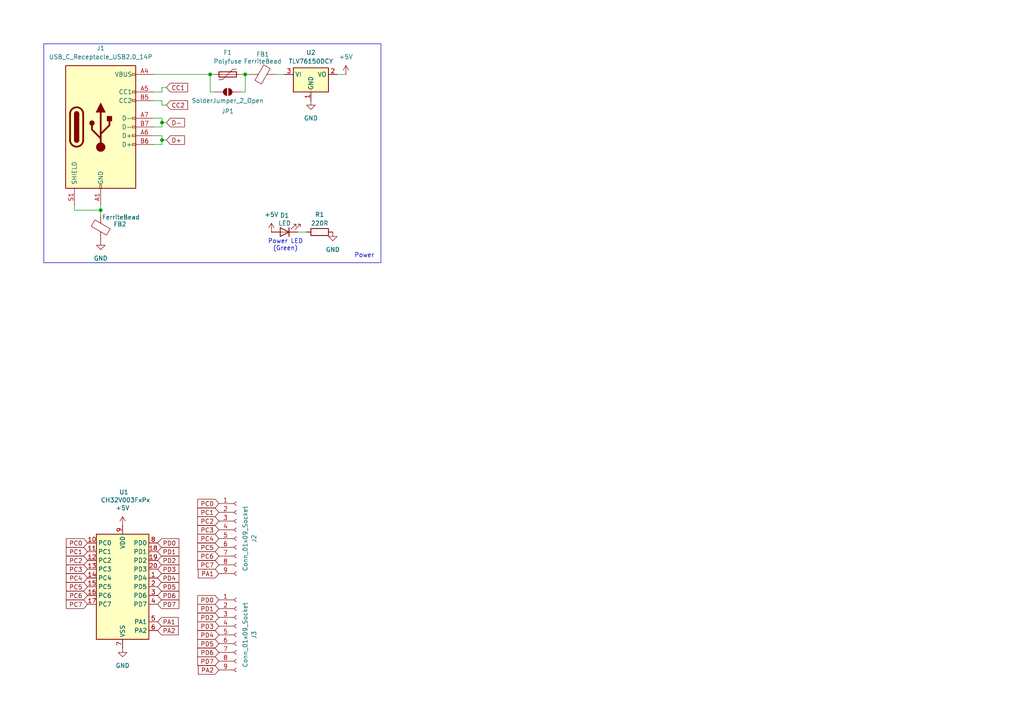
<source format=kicad_sch>
(kicad_sch
	(version 20231120)
	(generator "eeschema")
	(generator_version "8.0")
	(uuid "9e1086d6-a46f-4f90-879c-1e38926f56af")
	(paper "A4")
	(lib_symbols
		(symbol "Connector:Conn_01x09_Socket"
			(pin_names
				(offset 1.016) hide)
			(exclude_from_sim no)
			(in_bom yes)
			(on_board yes)
			(property "Reference" "J"
				(at 0 12.7 0)
				(effects
					(font
						(size 1.27 1.27)
					)
				)
			)
			(property "Value" "Conn_01x09_Socket"
				(at 0 -12.7 0)
				(effects
					(font
						(size 1.27 1.27)
					)
				)
			)
			(property "Footprint" ""
				(at 0 0 0)
				(effects
					(font
						(size 1.27 1.27)
					)
					(hide yes)
				)
			)
			(property "Datasheet" "~"
				(at 0 0 0)
				(effects
					(font
						(size 1.27 1.27)
					)
					(hide yes)
				)
			)
			(property "Description" "Generic connector, single row, 01x09, script generated"
				(at 0 0 0)
				(effects
					(font
						(size 1.27 1.27)
					)
					(hide yes)
				)
			)
			(property "ki_locked" ""
				(at 0 0 0)
				(effects
					(font
						(size 1.27 1.27)
					)
				)
			)
			(property "ki_keywords" "connector"
				(at 0 0 0)
				(effects
					(font
						(size 1.27 1.27)
					)
					(hide yes)
				)
			)
			(property "ki_fp_filters" "Connector*:*_1x??_*"
				(at 0 0 0)
				(effects
					(font
						(size 1.27 1.27)
					)
					(hide yes)
				)
			)
			(symbol "Conn_01x09_Socket_1_1"
				(arc
					(start 0 -9.652)
					(mid -0.5058 -10.16)
					(end 0 -10.668)
					(stroke
						(width 0.1524)
						(type default)
					)
					(fill
						(type none)
					)
				)
				(arc
					(start 0 -7.112)
					(mid -0.5058 -7.62)
					(end 0 -8.128)
					(stroke
						(width 0.1524)
						(type default)
					)
					(fill
						(type none)
					)
				)
				(arc
					(start 0 -4.572)
					(mid -0.5058 -5.08)
					(end 0 -5.588)
					(stroke
						(width 0.1524)
						(type default)
					)
					(fill
						(type none)
					)
				)
				(arc
					(start 0 -2.032)
					(mid -0.5058 -2.54)
					(end 0 -3.048)
					(stroke
						(width 0.1524)
						(type default)
					)
					(fill
						(type none)
					)
				)
				(polyline
					(pts
						(xy -1.27 -10.16) (xy -0.508 -10.16)
					)
					(stroke
						(width 0.1524)
						(type default)
					)
					(fill
						(type none)
					)
				)
				(polyline
					(pts
						(xy -1.27 -7.62) (xy -0.508 -7.62)
					)
					(stroke
						(width 0.1524)
						(type default)
					)
					(fill
						(type none)
					)
				)
				(polyline
					(pts
						(xy -1.27 -5.08) (xy -0.508 -5.08)
					)
					(stroke
						(width 0.1524)
						(type default)
					)
					(fill
						(type none)
					)
				)
				(polyline
					(pts
						(xy -1.27 -2.54) (xy -0.508 -2.54)
					)
					(stroke
						(width 0.1524)
						(type default)
					)
					(fill
						(type none)
					)
				)
				(polyline
					(pts
						(xy -1.27 0) (xy -0.508 0)
					)
					(stroke
						(width 0.1524)
						(type default)
					)
					(fill
						(type none)
					)
				)
				(polyline
					(pts
						(xy -1.27 2.54) (xy -0.508 2.54)
					)
					(stroke
						(width 0.1524)
						(type default)
					)
					(fill
						(type none)
					)
				)
				(polyline
					(pts
						(xy -1.27 5.08) (xy -0.508 5.08)
					)
					(stroke
						(width 0.1524)
						(type default)
					)
					(fill
						(type none)
					)
				)
				(polyline
					(pts
						(xy -1.27 7.62) (xy -0.508 7.62)
					)
					(stroke
						(width 0.1524)
						(type default)
					)
					(fill
						(type none)
					)
				)
				(polyline
					(pts
						(xy -1.27 10.16) (xy -0.508 10.16)
					)
					(stroke
						(width 0.1524)
						(type default)
					)
					(fill
						(type none)
					)
				)
				(arc
					(start 0 0.508)
					(mid -0.5058 0)
					(end 0 -0.508)
					(stroke
						(width 0.1524)
						(type default)
					)
					(fill
						(type none)
					)
				)
				(arc
					(start 0 3.048)
					(mid -0.5058 2.54)
					(end 0 2.032)
					(stroke
						(width 0.1524)
						(type default)
					)
					(fill
						(type none)
					)
				)
				(arc
					(start 0 5.588)
					(mid -0.5058 5.08)
					(end 0 4.572)
					(stroke
						(width 0.1524)
						(type default)
					)
					(fill
						(type none)
					)
				)
				(arc
					(start 0 8.128)
					(mid -0.5058 7.62)
					(end 0 7.112)
					(stroke
						(width 0.1524)
						(type default)
					)
					(fill
						(type none)
					)
				)
				(arc
					(start 0 10.668)
					(mid -0.5058 10.16)
					(end 0 9.652)
					(stroke
						(width 0.1524)
						(type default)
					)
					(fill
						(type none)
					)
				)
				(pin passive line
					(at -5.08 10.16 0)
					(length 3.81)
					(name "Pin_1"
						(effects
							(font
								(size 1.27 1.27)
							)
						)
					)
					(number "1"
						(effects
							(font
								(size 1.27 1.27)
							)
						)
					)
				)
				(pin passive line
					(at -5.08 7.62 0)
					(length 3.81)
					(name "Pin_2"
						(effects
							(font
								(size 1.27 1.27)
							)
						)
					)
					(number "2"
						(effects
							(font
								(size 1.27 1.27)
							)
						)
					)
				)
				(pin passive line
					(at -5.08 5.08 0)
					(length 3.81)
					(name "Pin_3"
						(effects
							(font
								(size 1.27 1.27)
							)
						)
					)
					(number "3"
						(effects
							(font
								(size 1.27 1.27)
							)
						)
					)
				)
				(pin passive line
					(at -5.08 2.54 0)
					(length 3.81)
					(name "Pin_4"
						(effects
							(font
								(size 1.27 1.27)
							)
						)
					)
					(number "4"
						(effects
							(font
								(size 1.27 1.27)
							)
						)
					)
				)
				(pin passive line
					(at -5.08 0 0)
					(length 3.81)
					(name "Pin_5"
						(effects
							(font
								(size 1.27 1.27)
							)
						)
					)
					(number "5"
						(effects
							(font
								(size 1.27 1.27)
							)
						)
					)
				)
				(pin passive line
					(at -5.08 -2.54 0)
					(length 3.81)
					(name "Pin_6"
						(effects
							(font
								(size 1.27 1.27)
							)
						)
					)
					(number "6"
						(effects
							(font
								(size 1.27 1.27)
							)
						)
					)
				)
				(pin passive line
					(at -5.08 -5.08 0)
					(length 3.81)
					(name "Pin_7"
						(effects
							(font
								(size 1.27 1.27)
							)
						)
					)
					(number "7"
						(effects
							(font
								(size 1.27 1.27)
							)
						)
					)
				)
				(pin passive line
					(at -5.08 -7.62 0)
					(length 3.81)
					(name "Pin_8"
						(effects
							(font
								(size 1.27 1.27)
							)
						)
					)
					(number "8"
						(effects
							(font
								(size 1.27 1.27)
							)
						)
					)
				)
				(pin passive line
					(at -5.08 -10.16 0)
					(length 3.81)
					(name "Pin_9"
						(effects
							(font
								(size 1.27 1.27)
							)
						)
					)
					(number "9"
						(effects
							(font
								(size 1.27 1.27)
							)
						)
					)
				)
			)
		)
		(symbol "Connector:USB_C_Receptacle_USB2.0_14P"
			(pin_names
				(offset 1.016)
			)
			(exclude_from_sim no)
			(in_bom yes)
			(on_board yes)
			(property "Reference" "J"
				(at 0 22.225 0)
				(effects
					(font
						(size 1.27 1.27)
					)
				)
			)
			(property "Value" "USB_C_Receptacle_USB2.0_14P"
				(at 0 19.685 0)
				(effects
					(font
						(size 1.27 1.27)
					)
				)
			)
			(property "Footprint" ""
				(at 3.81 0 0)
				(effects
					(font
						(size 1.27 1.27)
					)
					(hide yes)
				)
			)
			(property "Datasheet" "https://www.usb.org/sites/default/files/documents/usb_type-c.zip"
				(at 3.81 0 0)
				(effects
					(font
						(size 1.27 1.27)
					)
					(hide yes)
				)
			)
			(property "Description" "USB 2.0-only 14P Type-C Receptacle connector"
				(at 0 0 0)
				(effects
					(font
						(size 1.27 1.27)
					)
					(hide yes)
				)
			)
			(property "ki_keywords" "usb universal serial bus type-C USB2.0"
				(at 0 0 0)
				(effects
					(font
						(size 1.27 1.27)
					)
					(hide yes)
				)
			)
			(property "ki_fp_filters" "USB*C*Receptacle*"
				(at 0 0 0)
				(effects
					(font
						(size 1.27 1.27)
					)
					(hide yes)
				)
			)
			(symbol "USB_C_Receptacle_USB2.0_14P_0_0"
				(rectangle
					(start -0.254 -17.78)
					(end 0.254 -16.764)
					(stroke
						(width 0)
						(type default)
					)
					(fill
						(type none)
					)
				)
				(rectangle
					(start 10.16 -4.826)
					(end 9.144 -5.334)
					(stroke
						(width 0)
						(type default)
					)
					(fill
						(type none)
					)
				)
				(rectangle
					(start 10.16 -2.286)
					(end 9.144 -2.794)
					(stroke
						(width 0)
						(type default)
					)
					(fill
						(type none)
					)
				)
				(rectangle
					(start 10.16 0.254)
					(end 9.144 -0.254)
					(stroke
						(width 0)
						(type default)
					)
					(fill
						(type none)
					)
				)
				(rectangle
					(start 10.16 2.794)
					(end 9.144 2.286)
					(stroke
						(width 0)
						(type default)
					)
					(fill
						(type none)
					)
				)
				(rectangle
					(start 10.16 7.874)
					(end 9.144 7.366)
					(stroke
						(width 0)
						(type default)
					)
					(fill
						(type none)
					)
				)
				(rectangle
					(start 10.16 10.414)
					(end 9.144 9.906)
					(stroke
						(width 0)
						(type default)
					)
					(fill
						(type none)
					)
				)
				(rectangle
					(start 10.16 15.494)
					(end 9.144 14.986)
					(stroke
						(width 0)
						(type default)
					)
					(fill
						(type none)
					)
				)
			)
			(symbol "USB_C_Receptacle_USB2.0_14P_0_1"
				(rectangle
					(start -10.16 17.78)
					(end 10.16 -17.78)
					(stroke
						(width 0.254)
						(type default)
					)
					(fill
						(type background)
					)
				)
				(arc
					(start -8.89 -3.81)
					(mid -6.985 -5.7067)
					(end -5.08 -3.81)
					(stroke
						(width 0.508)
						(type default)
					)
					(fill
						(type none)
					)
				)
				(arc
					(start -7.62 -3.81)
					(mid -6.985 -4.4423)
					(end -6.35 -3.81)
					(stroke
						(width 0.254)
						(type default)
					)
					(fill
						(type none)
					)
				)
				(arc
					(start -7.62 -3.81)
					(mid -6.985 -4.4423)
					(end -6.35 -3.81)
					(stroke
						(width 0.254)
						(type default)
					)
					(fill
						(type outline)
					)
				)
				(rectangle
					(start -7.62 -3.81)
					(end -6.35 3.81)
					(stroke
						(width 0.254)
						(type default)
					)
					(fill
						(type outline)
					)
				)
				(arc
					(start -6.35 3.81)
					(mid -6.985 4.4423)
					(end -7.62 3.81)
					(stroke
						(width 0.254)
						(type default)
					)
					(fill
						(type none)
					)
				)
				(arc
					(start -6.35 3.81)
					(mid -6.985 4.4423)
					(end -7.62 3.81)
					(stroke
						(width 0.254)
						(type default)
					)
					(fill
						(type outline)
					)
				)
				(arc
					(start -5.08 3.81)
					(mid -6.985 5.7067)
					(end -8.89 3.81)
					(stroke
						(width 0.508)
						(type default)
					)
					(fill
						(type none)
					)
				)
				(circle
					(center -2.54 1.143)
					(radius 0.635)
					(stroke
						(width 0.254)
						(type default)
					)
					(fill
						(type outline)
					)
				)
				(circle
					(center 0 -5.842)
					(radius 1.27)
					(stroke
						(width 0)
						(type default)
					)
					(fill
						(type outline)
					)
				)
				(polyline
					(pts
						(xy -8.89 -3.81) (xy -8.89 3.81)
					)
					(stroke
						(width 0.508)
						(type default)
					)
					(fill
						(type none)
					)
				)
				(polyline
					(pts
						(xy -5.08 3.81) (xy -5.08 -3.81)
					)
					(stroke
						(width 0.508)
						(type default)
					)
					(fill
						(type none)
					)
				)
				(polyline
					(pts
						(xy 0 -5.842) (xy 0 4.318)
					)
					(stroke
						(width 0.508)
						(type default)
					)
					(fill
						(type none)
					)
				)
				(polyline
					(pts
						(xy 0 -3.302) (xy -2.54 -0.762) (xy -2.54 0.508)
					)
					(stroke
						(width 0.508)
						(type default)
					)
					(fill
						(type none)
					)
				)
				(polyline
					(pts
						(xy 0 -2.032) (xy 2.54 0.508) (xy 2.54 1.778)
					)
					(stroke
						(width 0.508)
						(type default)
					)
					(fill
						(type none)
					)
				)
				(polyline
					(pts
						(xy -1.27 4.318) (xy 0 6.858) (xy 1.27 4.318) (xy -1.27 4.318)
					)
					(stroke
						(width 0.254)
						(type default)
					)
					(fill
						(type outline)
					)
				)
				(rectangle
					(start 1.905 1.778)
					(end 3.175 3.048)
					(stroke
						(width 0.254)
						(type default)
					)
					(fill
						(type outline)
					)
				)
			)
			(symbol "USB_C_Receptacle_USB2.0_14P_1_1"
				(pin passive line
					(at 0 -22.86 90)
					(length 5.08)
					(name "GND"
						(effects
							(font
								(size 1.27 1.27)
							)
						)
					)
					(number "A1"
						(effects
							(font
								(size 1.27 1.27)
							)
						)
					)
				)
				(pin passive line
					(at 0 -22.86 90)
					(length 5.08) hide
					(name "GND"
						(effects
							(font
								(size 1.27 1.27)
							)
						)
					)
					(number "A12"
						(effects
							(font
								(size 1.27 1.27)
							)
						)
					)
				)
				(pin passive line
					(at 15.24 15.24 180)
					(length 5.08)
					(name "VBUS"
						(effects
							(font
								(size 1.27 1.27)
							)
						)
					)
					(number "A4"
						(effects
							(font
								(size 1.27 1.27)
							)
						)
					)
				)
				(pin bidirectional line
					(at 15.24 10.16 180)
					(length 5.08)
					(name "CC1"
						(effects
							(font
								(size 1.27 1.27)
							)
						)
					)
					(number "A5"
						(effects
							(font
								(size 1.27 1.27)
							)
						)
					)
				)
				(pin bidirectional line
					(at 15.24 -2.54 180)
					(length 5.08)
					(name "D+"
						(effects
							(font
								(size 1.27 1.27)
							)
						)
					)
					(number "A6"
						(effects
							(font
								(size 1.27 1.27)
							)
						)
					)
				)
				(pin bidirectional line
					(at 15.24 2.54 180)
					(length 5.08)
					(name "D-"
						(effects
							(font
								(size 1.27 1.27)
							)
						)
					)
					(number "A7"
						(effects
							(font
								(size 1.27 1.27)
							)
						)
					)
				)
				(pin passive line
					(at 15.24 15.24 180)
					(length 5.08) hide
					(name "VBUS"
						(effects
							(font
								(size 1.27 1.27)
							)
						)
					)
					(number "A9"
						(effects
							(font
								(size 1.27 1.27)
							)
						)
					)
				)
				(pin passive line
					(at 0 -22.86 90)
					(length 5.08) hide
					(name "GND"
						(effects
							(font
								(size 1.27 1.27)
							)
						)
					)
					(number "B1"
						(effects
							(font
								(size 1.27 1.27)
							)
						)
					)
				)
				(pin passive line
					(at 0 -22.86 90)
					(length 5.08) hide
					(name "GND"
						(effects
							(font
								(size 1.27 1.27)
							)
						)
					)
					(number "B12"
						(effects
							(font
								(size 1.27 1.27)
							)
						)
					)
				)
				(pin passive line
					(at 15.24 15.24 180)
					(length 5.08) hide
					(name "VBUS"
						(effects
							(font
								(size 1.27 1.27)
							)
						)
					)
					(number "B4"
						(effects
							(font
								(size 1.27 1.27)
							)
						)
					)
				)
				(pin bidirectional line
					(at 15.24 7.62 180)
					(length 5.08)
					(name "CC2"
						(effects
							(font
								(size 1.27 1.27)
							)
						)
					)
					(number "B5"
						(effects
							(font
								(size 1.27 1.27)
							)
						)
					)
				)
				(pin bidirectional line
					(at 15.24 -5.08 180)
					(length 5.08)
					(name "D+"
						(effects
							(font
								(size 1.27 1.27)
							)
						)
					)
					(number "B6"
						(effects
							(font
								(size 1.27 1.27)
							)
						)
					)
				)
				(pin bidirectional line
					(at 15.24 0 180)
					(length 5.08)
					(name "D-"
						(effects
							(font
								(size 1.27 1.27)
							)
						)
					)
					(number "B7"
						(effects
							(font
								(size 1.27 1.27)
							)
						)
					)
				)
				(pin passive line
					(at 15.24 15.24 180)
					(length 5.08) hide
					(name "VBUS"
						(effects
							(font
								(size 1.27 1.27)
							)
						)
					)
					(number "B9"
						(effects
							(font
								(size 1.27 1.27)
							)
						)
					)
				)
				(pin passive line
					(at -7.62 -22.86 90)
					(length 5.08)
					(name "SHIELD"
						(effects
							(font
								(size 1.27 1.27)
							)
						)
					)
					(number "S1"
						(effects
							(font
								(size 1.27 1.27)
							)
						)
					)
				)
			)
		)
		(symbol "Device:FerriteBead"
			(pin_numbers hide)
			(pin_names
				(offset 0)
			)
			(exclude_from_sim no)
			(in_bom yes)
			(on_board yes)
			(property "Reference" "FB"
				(at -3.81 0.635 90)
				(effects
					(font
						(size 1.27 1.27)
					)
				)
			)
			(property "Value" "FerriteBead"
				(at 3.81 0 90)
				(effects
					(font
						(size 1.27 1.27)
					)
				)
			)
			(property "Footprint" ""
				(at -1.778 0 90)
				(effects
					(font
						(size 1.27 1.27)
					)
					(hide yes)
				)
			)
			(property "Datasheet" "~"
				(at 0 0 0)
				(effects
					(font
						(size 1.27 1.27)
					)
					(hide yes)
				)
			)
			(property "Description" "Ferrite bead"
				(at 0 0 0)
				(effects
					(font
						(size 1.27 1.27)
					)
					(hide yes)
				)
			)
			(property "ki_keywords" "L ferrite bead inductor filter"
				(at 0 0 0)
				(effects
					(font
						(size 1.27 1.27)
					)
					(hide yes)
				)
			)
			(property "ki_fp_filters" "Inductor_* L_* *Ferrite*"
				(at 0 0 0)
				(effects
					(font
						(size 1.27 1.27)
					)
					(hide yes)
				)
			)
			(symbol "FerriteBead_0_1"
				(polyline
					(pts
						(xy 0 -1.27) (xy 0 -1.2192)
					)
					(stroke
						(width 0)
						(type default)
					)
					(fill
						(type none)
					)
				)
				(polyline
					(pts
						(xy 0 1.27) (xy 0 1.2954)
					)
					(stroke
						(width 0)
						(type default)
					)
					(fill
						(type none)
					)
				)
				(polyline
					(pts
						(xy -2.7686 0.4064) (xy -1.7018 2.2606) (xy 2.7686 -0.3048) (xy 1.6764 -2.159) (xy -2.7686 0.4064)
					)
					(stroke
						(width 0)
						(type default)
					)
					(fill
						(type none)
					)
				)
			)
			(symbol "FerriteBead_1_1"
				(pin passive line
					(at 0 3.81 270)
					(length 2.54)
					(name "~"
						(effects
							(font
								(size 1.27 1.27)
							)
						)
					)
					(number "1"
						(effects
							(font
								(size 1.27 1.27)
							)
						)
					)
				)
				(pin passive line
					(at 0 -3.81 90)
					(length 2.54)
					(name "~"
						(effects
							(font
								(size 1.27 1.27)
							)
						)
					)
					(number "2"
						(effects
							(font
								(size 1.27 1.27)
							)
						)
					)
				)
			)
		)
		(symbol "Device:LED"
			(pin_numbers hide)
			(pin_names
				(offset 1.016) hide)
			(exclude_from_sim no)
			(in_bom yes)
			(on_board yes)
			(property "Reference" "D"
				(at 0 2.54 0)
				(effects
					(font
						(size 1.27 1.27)
					)
				)
			)
			(property "Value" "LED"
				(at 0 -2.54 0)
				(effects
					(font
						(size 1.27 1.27)
					)
				)
			)
			(property "Footprint" ""
				(at 0 0 0)
				(effects
					(font
						(size 1.27 1.27)
					)
					(hide yes)
				)
			)
			(property "Datasheet" "~"
				(at 0 0 0)
				(effects
					(font
						(size 1.27 1.27)
					)
					(hide yes)
				)
			)
			(property "Description" "Light emitting diode"
				(at 0 0 0)
				(effects
					(font
						(size 1.27 1.27)
					)
					(hide yes)
				)
			)
			(property "ki_keywords" "LED diode"
				(at 0 0 0)
				(effects
					(font
						(size 1.27 1.27)
					)
					(hide yes)
				)
			)
			(property "ki_fp_filters" "LED* LED_SMD:* LED_THT:*"
				(at 0 0 0)
				(effects
					(font
						(size 1.27 1.27)
					)
					(hide yes)
				)
			)
			(symbol "LED_0_1"
				(polyline
					(pts
						(xy -1.27 -1.27) (xy -1.27 1.27)
					)
					(stroke
						(width 0.254)
						(type default)
					)
					(fill
						(type none)
					)
				)
				(polyline
					(pts
						(xy -1.27 0) (xy 1.27 0)
					)
					(stroke
						(width 0)
						(type default)
					)
					(fill
						(type none)
					)
				)
				(polyline
					(pts
						(xy 1.27 -1.27) (xy 1.27 1.27) (xy -1.27 0) (xy 1.27 -1.27)
					)
					(stroke
						(width 0.254)
						(type default)
					)
					(fill
						(type none)
					)
				)
				(polyline
					(pts
						(xy -3.048 -0.762) (xy -4.572 -2.286) (xy -3.81 -2.286) (xy -4.572 -2.286) (xy -4.572 -1.524)
					)
					(stroke
						(width 0)
						(type default)
					)
					(fill
						(type none)
					)
				)
				(polyline
					(pts
						(xy -1.778 -0.762) (xy -3.302 -2.286) (xy -2.54 -2.286) (xy -3.302 -2.286) (xy -3.302 -1.524)
					)
					(stroke
						(width 0)
						(type default)
					)
					(fill
						(type none)
					)
				)
			)
			(symbol "LED_1_1"
				(pin passive line
					(at -3.81 0 0)
					(length 2.54)
					(name "K"
						(effects
							(font
								(size 1.27 1.27)
							)
						)
					)
					(number "1"
						(effects
							(font
								(size 1.27 1.27)
							)
						)
					)
				)
				(pin passive line
					(at 3.81 0 180)
					(length 2.54)
					(name "A"
						(effects
							(font
								(size 1.27 1.27)
							)
						)
					)
					(number "2"
						(effects
							(font
								(size 1.27 1.27)
							)
						)
					)
				)
			)
		)
		(symbol "Device:Polyfuse"
			(pin_numbers hide)
			(pin_names
				(offset 0)
			)
			(exclude_from_sim no)
			(in_bom yes)
			(on_board yes)
			(property "Reference" "F"
				(at -2.54 0 90)
				(effects
					(font
						(size 1.27 1.27)
					)
				)
			)
			(property "Value" "Polyfuse"
				(at 2.54 0 90)
				(effects
					(font
						(size 1.27 1.27)
					)
				)
			)
			(property "Footprint" ""
				(at 1.27 -5.08 0)
				(effects
					(font
						(size 1.27 1.27)
					)
					(justify left)
					(hide yes)
				)
			)
			(property "Datasheet" "~"
				(at 0 0 0)
				(effects
					(font
						(size 1.27 1.27)
					)
					(hide yes)
				)
			)
			(property "Description" "Resettable fuse, polymeric positive temperature coefficient"
				(at 0 0 0)
				(effects
					(font
						(size 1.27 1.27)
					)
					(hide yes)
				)
			)
			(property "ki_keywords" "resettable fuse PTC PPTC polyfuse polyswitch"
				(at 0 0 0)
				(effects
					(font
						(size 1.27 1.27)
					)
					(hide yes)
				)
			)
			(property "ki_fp_filters" "*polyfuse* *PTC*"
				(at 0 0 0)
				(effects
					(font
						(size 1.27 1.27)
					)
					(hide yes)
				)
			)
			(symbol "Polyfuse_0_1"
				(rectangle
					(start -0.762 2.54)
					(end 0.762 -2.54)
					(stroke
						(width 0.254)
						(type default)
					)
					(fill
						(type none)
					)
				)
				(polyline
					(pts
						(xy 0 2.54) (xy 0 -2.54)
					)
					(stroke
						(width 0)
						(type default)
					)
					(fill
						(type none)
					)
				)
				(polyline
					(pts
						(xy -1.524 2.54) (xy -1.524 1.524) (xy 1.524 -1.524) (xy 1.524 -2.54)
					)
					(stroke
						(width 0)
						(type default)
					)
					(fill
						(type none)
					)
				)
			)
			(symbol "Polyfuse_1_1"
				(pin passive line
					(at 0 3.81 270)
					(length 1.27)
					(name "~"
						(effects
							(font
								(size 1.27 1.27)
							)
						)
					)
					(number "1"
						(effects
							(font
								(size 1.27 1.27)
							)
						)
					)
				)
				(pin passive line
					(at 0 -3.81 90)
					(length 1.27)
					(name "~"
						(effects
							(font
								(size 1.27 1.27)
							)
						)
					)
					(number "2"
						(effects
							(font
								(size 1.27 1.27)
							)
						)
					)
				)
			)
		)
		(symbol "Device:R"
			(pin_numbers hide)
			(pin_names
				(offset 0)
			)
			(exclude_from_sim no)
			(in_bom yes)
			(on_board yes)
			(property "Reference" "R"
				(at 2.032 0 90)
				(effects
					(font
						(size 1.27 1.27)
					)
				)
			)
			(property "Value" "R"
				(at 0 0 90)
				(effects
					(font
						(size 1.27 1.27)
					)
				)
			)
			(property "Footprint" ""
				(at -1.778 0 90)
				(effects
					(font
						(size 1.27 1.27)
					)
					(hide yes)
				)
			)
			(property "Datasheet" "~"
				(at 0 0 0)
				(effects
					(font
						(size 1.27 1.27)
					)
					(hide yes)
				)
			)
			(property "Description" "Resistor"
				(at 0 0 0)
				(effects
					(font
						(size 1.27 1.27)
					)
					(hide yes)
				)
			)
			(property "ki_keywords" "R res resistor"
				(at 0 0 0)
				(effects
					(font
						(size 1.27 1.27)
					)
					(hide yes)
				)
			)
			(property "ki_fp_filters" "R_*"
				(at 0 0 0)
				(effects
					(font
						(size 1.27 1.27)
					)
					(hide yes)
				)
			)
			(symbol "R_0_1"
				(rectangle
					(start -1.016 -2.54)
					(end 1.016 2.54)
					(stroke
						(width 0.254)
						(type default)
					)
					(fill
						(type none)
					)
				)
			)
			(symbol "R_1_1"
				(pin passive line
					(at 0 3.81 270)
					(length 1.27)
					(name "~"
						(effects
							(font
								(size 1.27 1.27)
							)
						)
					)
					(number "1"
						(effects
							(font
								(size 1.27 1.27)
							)
						)
					)
				)
				(pin passive line
					(at 0 -3.81 90)
					(length 1.27)
					(name "~"
						(effects
							(font
								(size 1.27 1.27)
							)
						)
					)
					(number "2"
						(effects
							(font
								(size 1.27 1.27)
							)
						)
					)
				)
			)
		)
		(symbol "Jumper:SolderJumper_2_Open"
			(pin_numbers hide)
			(pin_names
				(offset 0) hide)
			(exclude_from_sim yes)
			(in_bom no)
			(on_board yes)
			(property "Reference" "JP"
				(at 0 2.032 0)
				(effects
					(font
						(size 1.27 1.27)
					)
				)
			)
			(property "Value" "SolderJumper_2_Open"
				(at 0 -2.54 0)
				(effects
					(font
						(size 1.27 1.27)
					)
				)
			)
			(property "Footprint" ""
				(at 0 0 0)
				(effects
					(font
						(size 1.27 1.27)
					)
					(hide yes)
				)
			)
			(property "Datasheet" "~"
				(at 0 0 0)
				(effects
					(font
						(size 1.27 1.27)
					)
					(hide yes)
				)
			)
			(property "Description" "Solder Jumper, 2-pole, open"
				(at 0 0 0)
				(effects
					(font
						(size 1.27 1.27)
					)
					(hide yes)
				)
			)
			(property "ki_keywords" "solder jumper SPST"
				(at 0 0 0)
				(effects
					(font
						(size 1.27 1.27)
					)
					(hide yes)
				)
			)
			(property "ki_fp_filters" "SolderJumper*Open*"
				(at 0 0 0)
				(effects
					(font
						(size 1.27 1.27)
					)
					(hide yes)
				)
			)
			(symbol "SolderJumper_2_Open_0_1"
				(arc
					(start -0.254 1.016)
					(mid -1.2656 0)
					(end -0.254 -1.016)
					(stroke
						(width 0)
						(type default)
					)
					(fill
						(type none)
					)
				)
				(arc
					(start -0.254 1.016)
					(mid -1.2656 0)
					(end -0.254 -1.016)
					(stroke
						(width 0)
						(type default)
					)
					(fill
						(type outline)
					)
				)
				(polyline
					(pts
						(xy -0.254 1.016) (xy -0.254 -1.016)
					)
					(stroke
						(width 0)
						(type default)
					)
					(fill
						(type none)
					)
				)
				(polyline
					(pts
						(xy 0.254 1.016) (xy 0.254 -1.016)
					)
					(stroke
						(width 0)
						(type default)
					)
					(fill
						(type none)
					)
				)
				(arc
					(start 0.254 -1.016)
					(mid 1.2656 0)
					(end 0.254 1.016)
					(stroke
						(width 0)
						(type default)
					)
					(fill
						(type none)
					)
				)
				(arc
					(start 0.254 -1.016)
					(mid 1.2656 0)
					(end 0.254 1.016)
					(stroke
						(width 0)
						(type default)
					)
					(fill
						(type outline)
					)
				)
			)
			(symbol "SolderJumper_2_Open_1_1"
				(pin passive line
					(at -3.81 0 0)
					(length 2.54)
					(name "A"
						(effects
							(font
								(size 1.27 1.27)
							)
						)
					)
					(number "1"
						(effects
							(font
								(size 1.27 1.27)
							)
						)
					)
				)
				(pin passive line
					(at 3.81 0 180)
					(length 2.54)
					(name "B"
						(effects
							(font
								(size 1.27 1.27)
							)
						)
					)
					(number "2"
						(effects
							(font
								(size 1.27 1.27)
							)
						)
					)
				)
			)
		)
		(symbol "MCU_WCH_CH32V0:CH32V003FxPx"
			(exclude_from_sim no)
			(in_bom yes)
			(on_board yes)
			(property "Reference" "U"
				(at -7.62 17.78 0)
				(effects
					(font
						(size 1.27 1.27)
					)
				)
			)
			(property "Value" "CH32V003FxPx"
				(at 7.62 17.78 0)
				(effects
					(font
						(size 1.27 1.27)
					)
				)
			)
			(property "Footprint" "Package_SO:TSSOP-20_4.4x6.5mm_P0.65mm"
				(at -1.27 0 0)
				(effects
					(font
						(size 1.27 1.27)
					)
					(hide yes)
				)
			)
			(property "Datasheet" "https://www.wch-ic.com/products/CH32V003.html"
				(at -1.27 0 0)
				(effects
					(font
						(size 1.27 1.27)
					)
					(hide yes)
				)
			)
			(property "Description" "CH32V003 series are industrial-grade general-purpose microcontrollers designed based on 32-bit RISC-V instruction set and architecture. It adopts QingKe V2A core, RV32EC instruction set, and supports 2 levels of interrupt nesting. The series are mounted with rich peripheral interfaces and function modules. Its internal organizational structure meets the low-cost and low-power embedded application scenarios."
				(at 0 0 0)
				(effects
					(font
						(size 1.27 1.27)
					)
					(hide yes)
				)
			)
			(property "ki_keywords" "microcontroller wch RISC-V"
				(at 0 0 0)
				(effects
					(font
						(size 1.27 1.27)
					)
					(hide yes)
				)
			)
			(property "ki_fp_filters" "TSSOP*4.4x6.5mm*P0.65mm*"
				(at 0 0 0)
				(effects
					(font
						(size 1.27 1.27)
					)
					(hide yes)
				)
			)
			(symbol "CH32V003FxPx_1_1"
				(rectangle
					(start -7.62 15.24)
					(end 7.62 -15.24)
					(stroke
						(width 0.254)
						(type default)
					)
					(fill
						(type background)
					)
				)
				(pin bidirectional line
					(at 10.16 2.54 180)
					(length 2.54)
					(name "PD4"
						(effects
							(font
								(size 1.27 1.27)
							)
						)
					)
					(number "1"
						(effects
							(font
								(size 1.27 1.27)
							)
						)
					)
					(alternate "A7" bidirectional line)
					(alternate "OPO" bidirectional line)
					(alternate "T1CH4_3" bidirectional line)
					(alternate "T2CH1ETR" bidirectional line)
					(alternate "TIETR_2" bidirectional line)
					(alternate "UCK" bidirectional line)
				)
				(pin bidirectional line
					(at -10.16 12.7 0)
					(length 2.54)
					(name "PC0"
						(effects
							(font
								(size 1.27 1.27)
							)
						)
					)
					(number "10"
						(effects
							(font
								(size 1.27 1.27)
							)
						)
					)
					(alternate "NSS_1" bidirectional line)
					(alternate "T1CH3_1" bidirectional line)
					(alternate "T2CH3" bidirectional line)
					(alternate "T2CH3_2" bidirectional line)
					(alternate "UTX_3" bidirectional line)
				)
				(pin bidirectional line
					(at -10.16 10.16 0)
					(length 2.54)
					(name "PC1"
						(effects
							(font
								(size 1.27 1.27)
							)
						)
					)
					(number "11"
						(effects
							(font
								(size 1.27 1.27)
							)
						)
					)
					(alternate "NSS" bidirectional line)
					(alternate "SDA" bidirectional line)
					(alternate "T1BKIN_1" bidirectional line)
					(alternate "T1BKIN_3" bidirectional line)
					(alternate "T2CH1ETR_2" bidirectional line)
					(alternate "T2CH1ETR_3" bidirectional line)
					(alternate "T2CH4_1" bidirectional line)
					(alternate "URX_3" bidirectional line)
				)
				(pin bidirectional line
					(at -10.16 7.62 0)
					(length 2.54)
					(name "PC2"
						(effects
							(font
								(size 1.27 1.27)
							)
						)
					)
					(number "12"
						(effects
							(font
								(size 1.27 1.27)
							)
						)
					)
					(alternate "AETR_1" bidirectional line)
					(alternate "SCL" bidirectional line)
					(alternate "T1BKIN" bidirectional line)
					(alternate "T1BKIN_2" bidirectional line)
					(alternate "T1ETR_3" bidirectional line)
					(alternate "T2CH2_1" bidirectional line)
					(alternate "URTS" bidirectional line)
					(alternate "URTS_1" bidirectional line)
				)
				(pin bidirectional line
					(at -10.16 5.08 0)
					(length 2.54)
					(name "PC3"
						(effects
							(font
								(size 1.27 1.27)
							)
						)
					)
					(number "13"
						(effects
							(font
								(size 1.27 1.27)
							)
						)
					)
					(alternate "T1CH1N_1" bidirectional line)
					(alternate "T1CH1N_3" bidirectional line)
					(alternate "T1CH3" bidirectional line)
					(alternate "T1CH3_2" bidirectional line)
					(alternate "UCTS_1" bidirectional line)
				)
				(pin bidirectional line
					(at -10.16 2.54 0)
					(length 2.54)
					(name "PC4"
						(effects
							(font
								(size 1.27 1.27)
							)
						)
					)
					(number "14"
						(effects
							(font
								(size 1.27 1.27)
							)
						)
					)
					(alternate "A2" bidirectional line)
					(alternate "MCO" bidirectional line)
					(alternate "T1CH1_3" bidirectional line)
					(alternate "T1CH2N_1" bidirectional line)
					(alternate "T1CH4" bidirectional line)
					(alternate "T1CH4_2" bidirectional line)
				)
				(pin bidirectional line
					(at -10.16 0 0)
					(length 2.54)
					(name "PC5"
						(effects
							(font
								(size 1.27 1.27)
							)
						)
					)
					(number "15"
						(effects
							(font
								(size 1.27 1.27)
							)
						)
					)
					(alternate "SCK" bidirectional line)
					(alternate "SCK_1" bidirectional line)
					(alternate "SCL_2" bidirectional line)
					(alternate "SCL_3" bidirectional line)
					(alternate "T1CH3_3" bidirectional line)
					(alternate "T1ETR" bidirectional line)
					(alternate "T1ETR_1" bidirectional line)
					(alternate "T2CH1ETR_1" bidirectional line)
					(alternate "UCK_3" bidirectional line)
				)
				(pin bidirectional line
					(at -10.16 -2.54 0)
					(length 2.54)
					(name "PC6"
						(effects
							(font
								(size 1.27 1.27)
							)
						)
					)
					(number "16"
						(effects
							(font
								(size 1.27 1.27)
							)
						)
					)
					(alternate "MOSI" bidirectional line)
					(alternate "MOSI_1" bidirectional line)
					(alternate "SDA_2" bidirectional line)
					(alternate "SDA_3" bidirectional line)
					(alternate "T1CH1_1" bidirectional line)
					(alternate "T1CH3N_3" bidirectional line)
					(alternate "UCTS_2" bidirectional line)
					(alternate "UCTS_3" bidirectional line)
				)
				(pin bidirectional line
					(at -10.16 -5.08 0)
					(length 2.54)
					(name "PC7"
						(effects
							(font
								(size 1.27 1.27)
							)
						)
					)
					(number "17"
						(effects
							(font
								(size 1.27 1.27)
							)
						)
					)
					(alternate "MISO" bidirectional line)
					(alternate "MISO_1" bidirectional line)
					(alternate "T1CH2_1" bidirectional line)
					(alternate "T1CH2_3" bidirectional line)
					(alternate "T2CH2_3" bidirectional line)
					(alternate "URTS_2" bidirectional line)
					(alternate "URTS_3" bidirectional line)
				)
				(pin bidirectional line
					(at 10.16 10.16 180)
					(length 2.54)
					(name "PD1"
						(effects
							(font
								(size 1.27 1.27)
							)
						)
					)
					(number "18"
						(effects
							(font
								(size 1.27 1.27)
							)
						)
					)
					(alternate "AETR2" bidirectional line)
					(alternate "SCL_1" bidirectional line)
					(alternate "SWIO" bidirectional line)
					(alternate "T1CH3N" bidirectional line)
					(alternate "T1CH3N_1" bidirectional line)
					(alternate "T1CH3N_2" bidirectional line)
					(alternate "URX_1" bidirectional line)
				)
				(pin bidirectional line
					(at 10.16 7.62 180)
					(length 2.54)
					(name "PD2"
						(effects
							(font
								(size 1.27 1.27)
							)
						)
					)
					(number "19"
						(effects
							(font
								(size 1.27 1.27)
							)
						)
					)
					(alternate "A3" bidirectional line)
					(alternate "T1CH1" bidirectional line)
					(alternate "T1CH1_2" bidirectional line)
					(alternate "T1CH2N_3" bidirectional line)
					(alternate "T2CH3_1" bidirectional line)
				)
				(pin bidirectional line
					(at 10.16 0 180)
					(length 2.54)
					(name "PD5"
						(effects
							(font
								(size 1.27 1.27)
							)
						)
					)
					(number "2"
						(effects
							(font
								(size 1.27 1.27)
							)
						)
					)
					(alternate "A5" bidirectional line)
					(alternate "T2CH4_3" bidirectional line)
					(alternate "URX_2" bidirectional line)
					(alternate "UTX" bidirectional line)
				)
				(pin bidirectional line
					(at 10.16 5.08 180)
					(length 2.54)
					(name "PD3"
						(effects
							(font
								(size 1.27 1.27)
							)
						)
					)
					(number "20"
						(effects
							(font
								(size 1.27 1.27)
							)
						)
					)
					(alternate "A4" bidirectional line)
					(alternate "AETR" bidirectional line)
					(alternate "T1CH4_1" bidirectional line)
					(alternate "T2CH2" bidirectional line)
					(alternate "T2CH2_2" bidirectional line)
					(alternate "UCTS" bidirectional line)
				)
				(pin bidirectional line
					(at 10.16 -2.54 180)
					(length 2.54)
					(name "PD6"
						(effects
							(font
								(size 1.27 1.27)
							)
						)
					)
					(number "3"
						(effects
							(font
								(size 1.27 1.27)
							)
						)
					)
					(alternate "A6" bidirectional line)
					(alternate "T2CH3_3" bidirectional line)
					(alternate "URX" bidirectional line)
					(alternate "UTX_2" bidirectional line)
				)
				(pin bidirectional line
					(at 10.16 -5.08 180)
					(length 2.54)
					(name "PD7"
						(effects
							(font
								(size 1.27 1.27)
							)
						)
					)
					(number "4"
						(effects
							(font
								(size 1.27 1.27)
							)
						)
					)
					(alternate "NRST" bidirectional line)
					(alternate "OPP1" bidirectional line)
					(alternate "T2CH4" bidirectional line)
					(alternate "T2CH4_2" bidirectional line)
					(alternate "UCK_1" bidirectional line)
					(alternate "UCK_2" bidirectional line)
				)
				(pin bidirectional line
					(at 10.16 -10.16 180)
					(length 2.54)
					(name "PA1"
						(effects
							(font
								(size 1.27 1.27)
							)
						)
					)
					(number "5"
						(effects
							(font
								(size 1.27 1.27)
							)
						)
					)
					(alternate "A1" bidirectional line)
					(alternate "OPN0" bidirectional line)
					(alternate "OSCI" bidirectional line)
					(alternate "T1CH2" bidirectional line)
					(alternate "T1CH2_2" bidirectional line)
				)
				(pin bidirectional line
					(at 10.16 -12.7 180)
					(length 2.54)
					(name "PA2"
						(effects
							(font
								(size 1.27 1.27)
							)
						)
					)
					(number "6"
						(effects
							(font
								(size 1.27 1.27)
							)
						)
					)
					(alternate "A0" bidirectional line)
					(alternate "AETR2_1" bidirectional line)
					(alternate "OPP0" bidirectional line)
					(alternate "OSCO" bidirectional line)
					(alternate "TICH2N" bidirectional line)
					(alternate "TICH2N_2" bidirectional line)
				)
				(pin power_in line
					(at 0 -17.78 90)
					(length 2.54)
					(name "VSS"
						(effects
							(font
								(size 1.27 1.27)
							)
						)
					)
					(number "7"
						(effects
							(font
								(size 1.27 1.27)
							)
						)
					)
				)
				(pin bidirectional line
					(at 10.16 12.7 180)
					(length 2.54)
					(name "PD0"
						(effects
							(font
								(size 1.27 1.27)
							)
						)
					)
					(number "8"
						(effects
							(font
								(size 1.27 1.27)
							)
						)
					)
					(alternate "OPN1" bidirectional line)
					(alternate "SDA_1" bidirectional line)
					(alternate "TICH1N" bidirectional line)
					(alternate "TICH1N_2" bidirectional line)
					(alternate "UTX_1" bidirectional line)
				)
				(pin power_in line
					(at 0 17.78 270)
					(length 2.54)
					(name "VDD"
						(effects
							(font
								(size 1.27 1.27)
							)
						)
					)
					(number "9"
						(effects
							(font
								(size 1.27 1.27)
							)
						)
					)
				)
			)
		)
		(symbol "Regulator_Linear:TLV76150DCY"
			(exclude_from_sim no)
			(in_bom yes)
			(on_board yes)
			(property "Reference" "U"
				(at -7.62 6.35 0)
				(effects
					(font
						(size 1.27 1.27)
					)
					(justify left)
				)
			)
			(property "Value" "TLV76150DCY"
				(at -1.27 6.35 0)
				(effects
					(font
						(size 1.27 1.27)
					)
					(justify left)
				)
			)
			(property "Footprint" "Package_TO_SOT_SMD:SOT-223-3_TabPin2"
				(at 0 -11.43 0)
				(effects
					(font
						(size 1.27 1.27)
					)
					(hide yes)
				)
			)
			(property "Datasheet" "https://www.ti.com/lit/ds/symlink/tlv761.pdf"
				(at 0 -13.97 0)
				(effects
					(font
						(size 1.27 1.27)
					)
					(hide yes)
				)
			)
			(property "Description" "5.0V, 1A, Low Noise, High-PSRR LDO Regulator, 2.5V...16V input, SOT-223"
				(at 0 0 0)
				(effects
					(font
						(size 1.27 1.27)
					)
					(hide yes)
				)
			)
			(property "ki_keywords" "voltage fixed low-dropout"
				(at 0 0 0)
				(effects
					(font
						(size 1.27 1.27)
					)
					(hide yes)
				)
			)
			(property "ki_fp_filters" "SOT*223*"
				(at 0 0 0)
				(effects
					(font
						(size 1.27 1.27)
					)
					(hide yes)
				)
			)
			(symbol "TLV76150DCY_0_1"
				(rectangle
					(start -5.08 -5.08)
					(end 5.08 1.905)
					(stroke
						(width 0.254)
						(type default)
					)
					(fill
						(type background)
					)
				)
			)
			(symbol "TLV76150DCY_1_1"
				(pin power_in line
					(at 0 -7.62 90)
					(length 2.54)
					(name "GND"
						(effects
							(font
								(size 1.27 1.27)
							)
						)
					)
					(number "1"
						(effects
							(font
								(size 1.27 1.27)
							)
						)
					)
				)
				(pin power_out line
					(at 7.62 0 180)
					(length 2.54)
					(name "VO"
						(effects
							(font
								(size 1.27 1.27)
							)
						)
					)
					(number "2"
						(effects
							(font
								(size 1.27 1.27)
							)
						)
					)
				)
				(pin power_in line
					(at -7.62 0 0)
					(length 2.54)
					(name "VI"
						(effects
							(font
								(size 1.27 1.27)
							)
						)
					)
					(number "3"
						(effects
							(font
								(size 1.27 1.27)
							)
						)
					)
				)
			)
		)
		(symbol "power:+5V"
			(power)
			(pin_numbers hide)
			(pin_names
				(offset 0) hide)
			(exclude_from_sim no)
			(in_bom yes)
			(on_board yes)
			(property "Reference" "#PWR"
				(at 0 -3.81 0)
				(effects
					(font
						(size 1.27 1.27)
					)
					(hide yes)
				)
			)
			(property "Value" "+5V"
				(at 0 3.556 0)
				(effects
					(font
						(size 1.27 1.27)
					)
				)
			)
			(property "Footprint" ""
				(at 0 0 0)
				(effects
					(font
						(size 1.27 1.27)
					)
					(hide yes)
				)
			)
			(property "Datasheet" ""
				(at 0 0 0)
				(effects
					(font
						(size 1.27 1.27)
					)
					(hide yes)
				)
			)
			(property "Description" "Power symbol creates a global label with name \"+5V\""
				(at 0 0 0)
				(effects
					(font
						(size 1.27 1.27)
					)
					(hide yes)
				)
			)
			(property "ki_keywords" "global power"
				(at 0 0 0)
				(effects
					(font
						(size 1.27 1.27)
					)
					(hide yes)
				)
			)
			(symbol "+5V_0_1"
				(polyline
					(pts
						(xy -0.762 1.27) (xy 0 2.54)
					)
					(stroke
						(width 0)
						(type default)
					)
					(fill
						(type none)
					)
				)
				(polyline
					(pts
						(xy 0 0) (xy 0 2.54)
					)
					(stroke
						(width 0)
						(type default)
					)
					(fill
						(type none)
					)
				)
				(polyline
					(pts
						(xy 0 2.54) (xy 0.762 1.27)
					)
					(stroke
						(width 0)
						(type default)
					)
					(fill
						(type none)
					)
				)
			)
			(symbol "+5V_1_1"
				(pin power_in line
					(at 0 0 90)
					(length 0)
					(name "~"
						(effects
							(font
								(size 1.27 1.27)
							)
						)
					)
					(number "1"
						(effects
							(font
								(size 1.27 1.27)
							)
						)
					)
				)
			)
		)
		(symbol "power:GND"
			(power)
			(pin_numbers hide)
			(pin_names
				(offset 0) hide)
			(exclude_from_sim no)
			(in_bom yes)
			(on_board yes)
			(property "Reference" "#PWR"
				(at 0 -6.35 0)
				(effects
					(font
						(size 1.27 1.27)
					)
					(hide yes)
				)
			)
			(property "Value" "GND"
				(at 0 -3.81 0)
				(effects
					(font
						(size 1.27 1.27)
					)
				)
			)
			(property "Footprint" ""
				(at 0 0 0)
				(effects
					(font
						(size 1.27 1.27)
					)
					(hide yes)
				)
			)
			(property "Datasheet" ""
				(at 0 0 0)
				(effects
					(font
						(size 1.27 1.27)
					)
					(hide yes)
				)
			)
			(property "Description" "Power symbol creates a global label with name \"GND\" , ground"
				(at 0 0 0)
				(effects
					(font
						(size 1.27 1.27)
					)
					(hide yes)
				)
			)
			(property "ki_keywords" "global power"
				(at 0 0 0)
				(effects
					(font
						(size 1.27 1.27)
					)
					(hide yes)
				)
			)
			(symbol "GND_0_1"
				(polyline
					(pts
						(xy 0 0) (xy 0 -1.27) (xy 1.27 -1.27) (xy 0 -2.54) (xy -1.27 -1.27) (xy 0 -1.27)
					)
					(stroke
						(width 0)
						(type default)
					)
					(fill
						(type none)
					)
				)
			)
			(symbol "GND_1_1"
				(pin power_in line
					(at 0 0 270)
					(length 0)
					(name "~"
						(effects
							(font
								(size 1.27 1.27)
							)
						)
					)
					(number "1"
						(effects
							(font
								(size 1.27 1.27)
							)
						)
					)
				)
			)
		)
	)
	(junction
		(at 60.96 21.59)
		(diameter 0)
		(color 0 0 0 0)
		(uuid "31080f03-5136-4397-9ed1-809a7d5c3d82")
	)
	(junction
		(at 46.99 40.64)
		(diameter 0)
		(color 0 0 0 0)
		(uuid "86850eec-b65e-4a75-b3bd-3c2e586065b6")
	)
	(junction
		(at 29.21 60.96)
		(diameter 0)
		(color 0 0 0 0)
		(uuid "c6c16615-79ea-46cc-aed1-bbf866df66bd")
	)
	(junction
		(at 46.99 35.56)
		(diameter 0)
		(color 0 0 0 0)
		(uuid "ce2a02cd-65ee-46e1-83f3-e05ed1b96810")
	)
	(junction
		(at 71.12 21.59)
		(diameter 0)
		(color 0 0 0 0)
		(uuid "df13a604-f682-436d-97ce-0444c4697544")
	)
	(wire
		(pts
			(xy 69.85 26.67) (xy 71.12 26.67)
		)
		(stroke
			(width 0)
			(type default)
		)
		(uuid "00ab0562-73e3-43b9-81af-f80b120a7b00")
	)
	(wire
		(pts
			(xy 62.23 26.67) (xy 60.96 26.67)
		)
		(stroke
			(width 0)
			(type default)
		)
		(uuid "13984463-6599-40bb-b19f-cfaaf34094fb")
	)
	(wire
		(pts
			(xy 46.99 35.56) (xy 48.26 35.56)
		)
		(stroke
			(width 0)
			(type default)
		)
		(uuid "14d500bb-543c-4533-b5a7-35b960bea963")
	)
	(wire
		(pts
			(xy 46.99 36.83) (xy 46.99 35.56)
		)
		(stroke
			(width 0)
			(type default)
		)
		(uuid "164155dc-ab77-43e7-aca7-b46047209ef2")
	)
	(wire
		(pts
			(xy 44.45 36.83) (xy 46.99 36.83)
		)
		(stroke
			(width 0)
			(type default)
		)
		(uuid "1dea6027-3add-4e0f-82c1-2991f6d8f759")
	)
	(wire
		(pts
			(xy 46.99 25.4) (xy 48.26 25.4)
		)
		(stroke
			(width 0)
			(type default)
		)
		(uuid "21b48a33-a4e7-46ca-ab7e-5abac3910ee3")
	)
	(wire
		(pts
			(xy 71.12 21.59) (xy 71.12 26.67)
		)
		(stroke
			(width 0)
			(type default)
		)
		(uuid "23624b72-2b0c-4f64-999c-f57574c36088")
	)
	(wire
		(pts
			(xy 44.45 39.37) (xy 46.99 39.37)
		)
		(stroke
			(width 0)
			(type default)
		)
		(uuid "24df12ba-255d-4875-9316-ec92540f1411")
	)
	(wire
		(pts
			(xy 46.99 29.21) (xy 44.45 29.21)
		)
		(stroke
			(width 0)
			(type default)
		)
		(uuid "2e00e26e-9e52-4455-ba81-3515c424cfbb")
	)
	(wire
		(pts
			(xy 48.26 30.48) (xy 46.99 30.48)
		)
		(stroke
			(width 0)
			(type default)
		)
		(uuid "3018d8a4-d1bd-4d54-b199-2b44a57ebaf2")
	)
	(wire
		(pts
			(xy 72.39 21.59) (xy 71.12 21.59)
		)
		(stroke
			(width 0)
			(type default)
		)
		(uuid "450dc44d-eff4-4922-a264-a8c0a099ca0a")
	)
	(wire
		(pts
			(xy 46.99 41.91) (xy 46.99 40.64)
		)
		(stroke
			(width 0)
			(type default)
		)
		(uuid "4ccfc87b-2016-46eb-a92c-d26827416b99")
	)
	(wire
		(pts
			(xy 60.96 26.67) (xy 60.96 21.59)
		)
		(stroke
			(width 0)
			(type default)
		)
		(uuid "5094e043-b5d8-4c4d-8484-fbaaa63ff23f")
	)
	(wire
		(pts
			(xy 46.99 30.48) (xy 46.99 29.21)
		)
		(stroke
			(width 0)
			(type default)
		)
		(uuid "54fe0d2a-88a8-49cf-909e-d06202cc26a6")
	)
	(wire
		(pts
			(xy 46.99 26.67) (xy 46.99 25.4)
		)
		(stroke
			(width 0)
			(type default)
		)
		(uuid "5ae18d7c-8a0b-4465-b99e-dd360ae43826")
	)
	(wire
		(pts
			(xy 21.59 60.96) (xy 21.59 59.69)
		)
		(stroke
			(width 0)
			(type default)
		)
		(uuid "60a3dd93-2e99-4f88-a286-2b6865b51e90")
	)
	(wire
		(pts
			(xy 62.23 21.59) (xy 60.96 21.59)
		)
		(stroke
			(width 0)
			(type default)
		)
		(uuid "6280742d-c239-45ff-a7fd-950f2a1e5430")
	)
	(wire
		(pts
			(xy 29.21 62.23) (xy 29.21 60.96)
		)
		(stroke
			(width 0)
			(type default)
		)
		(uuid "65d7b5ed-3060-4522-888e-760c72fcb114")
	)
	(wire
		(pts
			(xy 44.45 21.59) (xy 60.96 21.59)
		)
		(stroke
			(width 0)
			(type default)
		)
		(uuid "69342a9a-0664-46f8-8865-fdfa337d5470")
	)
	(wire
		(pts
			(xy 46.99 40.64) (xy 48.26 40.64)
		)
		(stroke
			(width 0)
			(type default)
		)
		(uuid "75f71100-e308-4a19-80a4-9851ad211006")
	)
	(wire
		(pts
			(xy 44.45 34.29) (xy 46.99 34.29)
		)
		(stroke
			(width 0)
			(type default)
		)
		(uuid "7b77aa8d-fd25-4c8f-bbe6-5d173f289d5e")
	)
	(wire
		(pts
			(xy 44.45 26.67) (xy 46.99 26.67)
		)
		(stroke
			(width 0)
			(type default)
		)
		(uuid "7c1fdad9-86d1-40e0-b02a-fdc2da2bc412")
	)
	(wire
		(pts
			(xy 46.99 39.37) (xy 46.99 40.64)
		)
		(stroke
			(width 0)
			(type default)
		)
		(uuid "7df18e25-1e8e-49b9-b0e6-f9d619da1d8f")
	)
	(wire
		(pts
			(xy 21.59 60.96) (xy 29.21 60.96)
		)
		(stroke
			(width 0)
			(type default)
		)
		(uuid "a69a9bea-dbbc-46e8-8786-6ee8e8a4f928")
	)
	(wire
		(pts
			(xy 46.99 34.29) (xy 46.99 35.56)
		)
		(stroke
			(width 0)
			(type default)
		)
		(uuid "c16293c7-f0a2-473b-995e-823fb2905092")
	)
	(wire
		(pts
			(xy 86.36 67.31) (xy 88.9 67.31)
		)
		(stroke
			(width 0)
			(type default)
		)
		(uuid "cbfc8e45-4bd8-4741-b115-94b836f6517e")
	)
	(wire
		(pts
			(xy 80.01 21.59) (xy 82.55 21.59)
		)
		(stroke
			(width 0)
			(type default)
		)
		(uuid "cf6aa3a0-59aa-494d-95fb-4f03769b37da")
	)
	(wire
		(pts
			(xy 71.12 21.59) (xy 69.85 21.59)
		)
		(stroke
			(width 0)
			(type default)
		)
		(uuid "ed54f263-ce98-4e72-9a23-2df84c0f947a")
	)
	(wire
		(pts
			(xy 29.21 60.96) (xy 29.21 59.69)
		)
		(stroke
			(width 0)
			(type default)
		)
		(uuid "f9e7ccb5-33ba-41ab-9f73-92902ded48e3")
	)
	(wire
		(pts
			(xy 44.45 41.91) (xy 46.99 41.91)
		)
		(stroke
			(width 0)
			(type default)
		)
		(uuid "fa46ed3b-e3c0-4a86-acb0-7d1116c7e400")
	)
	(wire
		(pts
			(xy 100.33 21.59) (xy 97.79 21.59)
		)
		(stroke
			(width 0)
			(type default)
		)
		(uuid "fbb2d12f-b7a0-40cc-a238-f4ae9e24475a")
	)
	(rectangle
		(start 12.7 12.7)
		(end 110.49 76.2)
		(stroke
			(width 0)
			(type default)
		)
		(fill
			(type none)
		)
		(uuid 7a51cd9a-1569-4e25-bdf9-66d86bd1a567)
	)
	(text "Power LED\n(Green)"
		(exclude_from_sim no)
		(at 82.804 71.12 0)
		(effects
			(font
				(size 1.27 1.27)
			)
		)
		(uuid "fcbaafcc-8710-49f1-a861-f0700116822e")
	)
	(text "Power"
		(exclude_from_sim no)
		(at 105.664 74.168 0)
		(effects
			(font
				(size 1.27 1.27)
			)
		)
		(uuid "fcfea9f3-8fa4-44df-9510-ff2b767df04e")
	)
	(global_label "PC0"
		(shape input)
		(at 25.4 157.48 180)
		(fields_autoplaced yes)
		(effects
			(font
				(size 1.27 1.27)
			)
			(justify right)
		)
		(uuid "065dcc1f-0735-43c0-ba36-12b25ca20d0a")
		(property "Intersheetrefs" "${INTERSHEET_REFS}"
			(at 18.6653 157.48 0)
			(effects
				(font
					(size 1.27 1.27)
				)
				(justify right)
				(hide yes)
			)
		)
	)
	(global_label "PA1"
		(shape input)
		(at 45.72 180.34 0)
		(fields_autoplaced yes)
		(effects
			(font
				(size 1.27 1.27)
			)
			(justify left)
		)
		(uuid "08124da4-5fab-48ac-ad0d-c997959cde66")
		(property "Intersheetrefs" "${INTERSHEET_REFS}"
			(at 52.2733 180.34 0)
			(effects
				(font
					(size 1.27 1.27)
				)
				(justify left)
				(hide yes)
			)
		)
	)
	(global_label "PD4"
		(shape input)
		(at 45.72 167.64 0)
		(fields_autoplaced yes)
		(effects
			(font
				(size 1.27 1.27)
			)
			(justify left)
		)
		(uuid "0a89aa47-10a2-4117-aa02-7ad32a5699ab")
		(property "Intersheetrefs" "${INTERSHEET_REFS}"
			(at 52.4547 167.64 0)
			(effects
				(font
					(size 1.27 1.27)
				)
				(justify left)
				(hide yes)
			)
		)
	)
	(global_label "PD1"
		(shape input)
		(at 45.72 160.02 0)
		(fields_autoplaced yes)
		(effects
			(font
				(size 1.27 1.27)
			)
			(justify left)
		)
		(uuid "0fa0a842-aa13-4d8a-9af8-fdb74a439488")
		(property "Intersheetrefs" "${INTERSHEET_REFS}"
			(at 52.4547 160.02 0)
			(effects
				(font
					(size 1.27 1.27)
				)
				(justify left)
				(hide yes)
			)
		)
	)
	(global_label "PD6"
		(shape input)
		(at 63.5 189.23 180)
		(fields_autoplaced yes)
		(effects
			(font
				(size 1.27 1.27)
			)
			(justify right)
		)
		(uuid "29c649cd-06e8-44e3-bef4-f1239b8309bc")
		(property "Intersheetrefs" "${INTERSHEET_REFS}"
			(at 56.7653 189.23 0)
			(effects
				(font
					(size 1.27 1.27)
				)
				(justify right)
				(hide yes)
			)
		)
	)
	(global_label "PC5"
		(shape input)
		(at 25.4 170.18 180)
		(fields_autoplaced yes)
		(effects
			(font
				(size 1.27 1.27)
			)
			(justify right)
		)
		(uuid "2bc005f9-bf6a-4554-9e1c-6538fc6ac593")
		(property "Intersheetrefs" "${INTERSHEET_REFS}"
			(at 18.6653 170.18 0)
			(effects
				(font
					(size 1.27 1.27)
				)
				(justify right)
				(hide yes)
			)
		)
	)
	(global_label "PC5"
		(shape input)
		(at 63.5 158.75 180)
		(fields_autoplaced yes)
		(effects
			(font
				(size 1.27 1.27)
			)
			(justify right)
		)
		(uuid "2bc4637f-0c53-43ed-8a5f-ceaecb0ad262")
		(property "Intersheetrefs" "${INTERSHEET_REFS}"
			(at 56.7653 158.75 0)
			(effects
				(font
					(size 1.27 1.27)
				)
				(justify right)
				(hide yes)
			)
		)
	)
	(global_label "PC4"
		(shape input)
		(at 63.5 156.21 180)
		(fields_autoplaced yes)
		(effects
			(font
				(size 1.27 1.27)
			)
			(justify right)
		)
		(uuid "36652b73-36cc-41c3-bd69-e0e47befe368")
		(property "Intersheetrefs" "${INTERSHEET_REFS}"
			(at 56.7653 156.21 0)
			(effects
				(font
					(size 1.27 1.27)
				)
				(justify right)
				(hide yes)
			)
		)
	)
	(global_label "PD0"
		(shape input)
		(at 63.5 173.99 180)
		(fields_autoplaced yes)
		(effects
			(font
				(size 1.27 1.27)
			)
			(justify right)
		)
		(uuid "49029f47-b5ab-46de-b8a4-25650724263b")
		(property "Intersheetrefs" "${INTERSHEET_REFS}"
			(at 56.7653 173.99 0)
			(effects
				(font
					(size 1.27 1.27)
				)
				(justify right)
				(hide yes)
			)
		)
	)
	(global_label "CC1"
		(shape input)
		(at 48.26 25.4 0)
		(fields_autoplaced yes)
		(effects
			(font
				(size 1.27 1.27)
			)
			(justify left)
		)
		(uuid "4a668b5e-9c47-483b-9bac-2862d9a42ab0")
		(property "Intersheetrefs" "${INTERSHEET_REFS}"
			(at 54.9947 25.4 0)
			(effects
				(font
					(size 1.27 1.27)
				)
				(justify left)
				(hide yes)
			)
		)
	)
	(global_label "PD4"
		(shape input)
		(at 63.5 184.15 180)
		(fields_autoplaced yes)
		(effects
			(font
				(size 1.27 1.27)
			)
			(justify right)
		)
		(uuid "544c61eb-78a6-4065-9cee-4d43c866240f")
		(property "Intersheetrefs" "${INTERSHEET_REFS}"
			(at 56.7653 184.15 0)
			(effects
				(font
					(size 1.27 1.27)
				)
				(justify right)
				(hide yes)
			)
		)
	)
	(global_label "PD7"
		(shape input)
		(at 63.5 191.77 180)
		(fields_autoplaced yes)
		(effects
			(font
				(size 1.27 1.27)
			)
			(justify right)
		)
		(uuid "5ac25e24-b64b-4165-9235-b6abed443be7")
		(property "Intersheetrefs" "${INTERSHEET_REFS}"
			(at 56.7653 191.77 0)
			(effects
				(font
					(size 1.27 1.27)
				)
				(justify right)
				(hide yes)
			)
		)
	)
	(global_label "PD6"
		(shape input)
		(at 45.72 172.72 0)
		(fields_autoplaced yes)
		(effects
			(font
				(size 1.27 1.27)
			)
			(justify left)
		)
		(uuid "5fd8dae5-2edb-45ab-a005-2e5627ab0917")
		(property "Intersheetrefs" "${INTERSHEET_REFS}"
			(at 52.4547 172.72 0)
			(effects
				(font
					(size 1.27 1.27)
				)
				(justify left)
				(hide yes)
			)
		)
	)
	(global_label "PD3"
		(shape input)
		(at 63.5 181.61 180)
		(fields_autoplaced yes)
		(effects
			(font
				(size 1.27 1.27)
			)
			(justify right)
		)
		(uuid "668b492e-034c-4ab3-9b04-b4d0ba97e460")
		(property "Intersheetrefs" "${INTERSHEET_REFS}"
			(at 56.7653 181.61 0)
			(effects
				(font
					(size 1.27 1.27)
				)
				(justify right)
				(hide yes)
			)
		)
	)
	(global_label "PA1"
		(shape input)
		(at 63.5 166.37 180)
		(fields_autoplaced yes)
		(effects
			(font
				(size 1.27 1.27)
			)
			(justify right)
		)
		(uuid "6d281d73-ba59-4752-925f-44f5a3291d3f")
		(property "Intersheetrefs" "${INTERSHEET_REFS}"
			(at 56.9467 166.37 0)
			(effects
				(font
					(size 1.27 1.27)
				)
				(justify right)
				(hide yes)
			)
		)
	)
	(global_label "PC3"
		(shape input)
		(at 63.5 153.67 180)
		(fields_autoplaced yes)
		(effects
			(font
				(size 1.27 1.27)
			)
			(justify right)
		)
		(uuid "7d9cee87-b9c6-460a-b67b-46bf0b61fcb7")
		(property "Intersheetrefs" "${INTERSHEET_REFS}"
			(at 56.7653 153.67 0)
			(effects
				(font
					(size 1.27 1.27)
				)
				(justify right)
				(hide yes)
			)
		)
	)
	(global_label "PC1"
		(shape input)
		(at 63.5 148.59 180)
		(fields_autoplaced yes)
		(effects
			(font
				(size 1.27 1.27)
			)
			(justify right)
		)
		(uuid "84600f82-604d-4155-bf32-b5bccd2183a3")
		(property "Intersheetrefs" "${INTERSHEET_REFS}"
			(at 56.7653 148.59 0)
			(effects
				(font
					(size 1.27 1.27)
				)
				(justify right)
				(hide yes)
			)
		)
	)
	(global_label "PC4"
		(shape input)
		(at 25.4 167.64 180)
		(fields_autoplaced yes)
		(effects
			(font
				(size 1.27 1.27)
			)
			(justify right)
		)
		(uuid "8a50d01b-6fe8-42be-b75a-9bf15e2747a2")
		(property "Intersheetrefs" "${INTERSHEET_REFS}"
			(at 18.6653 167.64 0)
			(effects
				(font
					(size 1.27 1.27)
				)
				(justify right)
				(hide yes)
			)
		)
	)
	(global_label "D+"
		(shape input)
		(at 48.26 40.64 0)
		(fields_autoplaced yes)
		(effects
			(font
				(size 1.27 1.27)
			)
			(justify left)
		)
		(uuid "a6125982-8ee4-49bf-b853-86193c8ca15e")
		(property "Intersheetrefs" "${INTERSHEET_REFS}"
			(at 54.0876 40.64 0)
			(effects
				(font
					(size 1.27 1.27)
				)
				(justify left)
				(hide yes)
			)
		)
	)
	(global_label "PC3"
		(shape input)
		(at 25.4 165.1 180)
		(fields_autoplaced yes)
		(effects
			(font
				(size 1.27 1.27)
			)
			(justify right)
		)
		(uuid "a86a7dc0-6ff6-44fe-882e-40489c727349")
		(property "Intersheetrefs" "${INTERSHEET_REFS}"
			(at 18.6653 165.1 0)
			(effects
				(font
					(size 1.27 1.27)
				)
				(justify right)
				(hide yes)
			)
		)
	)
	(global_label "PA2"
		(shape input)
		(at 45.72 182.88 0)
		(fields_autoplaced yes)
		(effects
			(font
				(size 1.27 1.27)
			)
			(justify left)
		)
		(uuid "ac28686e-70dd-4868-86fa-d2008a924e06")
		(property "Intersheetrefs" "${INTERSHEET_REFS}"
			(at 52.2733 182.88 0)
			(effects
				(font
					(size 1.27 1.27)
				)
				(justify left)
				(hide yes)
			)
		)
	)
	(global_label "PD2"
		(shape input)
		(at 63.5 179.07 180)
		(fields_autoplaced yes)
		(effects
			(font
				(size 1.27 1.27)
			)
			(justify right)
		)
		(uuid "ae5752cb-407c-4b16-a168-5d0c30904dcc")
		(property "Intersheetrefs" "${INTERSHEET_REFS}"
			(at 56.7653 179.07 0)
			(effects
				(font
					(size 1.27 1.27)
				)
				(justify right)
				(hide yes)
			)
		)
	)
	(global_label "PC1"
		(shape input)
		(at 25.4 160.02 180)
		(fields_autoplaced yes)
		(effects
			(font
				(size 1.27 1.27)
			)
			(justify right)
		)
		(uuid "aed89094-596d-45ce-a573-efe4d5f99fbe")
		(property "Intersheetrefs" "${INTERSHEET_REFS}"
			(at 18.6653 160.02 0)
			(effects
				(font
					(size 1.27 1.27)
				)
				(justify right)
				(hide yes)
			)
		)
	)
	(global_label "PC0"
		(shape input)
		(at 63.5 146.05 180)
		(fields_autoplaced yes)
		(effects
			(font
				(size 1.27 1.27)
			)
			(justify right)
		)
		(uuid "b7cd0a17-5d61-4533-bb17-8d8bec394891")
		(property "Intersheetrefs" "${INTERSHEET_REFS}"
			(at 56.7653 146.05 0)
			(effects
				(font
					(size 1.27 1.27)
				)
				(justify right)
				(hide yes)
			)
		)
	)
	(global_label "PC2"
		(shape input)
		(at 25.4 162.56 180)
		(fields_autoplaced yes)
		(effects
			(font
				(size 1.27 1.27)
			)
			(justify right)
		)
		(uuid "bbf3f16e-d8b7-463e-a740-b29e490d61ef")
		(property "Intersheetrefs" "${INTERSHEET_REFS}"
			(at 18.6653 162.56 0)
			(effects
				(font
					(size 1.27 1.27)
				)
				(justify right)
				(hide yes)
			)
		)
	)
	(global_label "PC2"
		(shape input)
		(at 63.5 151.13 180)
		(fields_autoplaced yes)
		(effects
			(font
				(size 1.27 1.27)
			)
			(justify right)
		)
		(uuid "bd36c2b4-99ff-4925-95fb-ed47bc4e8087")
		(property "Intersheetrefs" "${INTERSHEET_REFS}"
			(at 56.7653 151.13 0)
			(effects
				(font
					(size 1.27 1.27)
				)
				(justify right)
				(hide yes)
			)
		)
	)
	(global_label "PC7"
		(shape input)
		(at 63.5 163.83 180)
		(fields_autoplaced yes)
		(effects
			(font
				(size 1.27 1.27)
			)
			(justify right)
		)
		(uuid "c329bb70-4ece-40d5-9743-796f769c0c1a")
		(property "Intersheetrefs" "${INTERSHEET_REFS}"
			(at 56.7653 163.83 0)
			(effects
				(font
					(size 1.27 1.27)
				)
				(justify right)
				(hide yes)
			)
		)
	)
	(global_label "PD3"
		(shape input)
		(at 45.72 165.1 0)
		(fields_autoplaced yes)
		(effects
			(font
				(size 1.27 1.27)
			)
			(justify left)
		)
		(uuid "c5c86ed2-d6c1-4463-8d6e-d6bd97179740")
		(property "Intersheetrefs" "${INTERSHEET_REFS}"
			(at 52.4547 165.1 0)
			(effects
				(font
					(size 1.27 1.27)
				)
				(justify left)
				(hide yes)
			)
		)
	)
	(global_label "PC6"
		(shape input)
		(at 25.4 172.72 180)
		(fields_autoplaced yes)
		(effects
			(font
				(size 1.27 1.27)
			)
			(justify right)
		)
		(uuid "c708179c-fde6-48fa-8ada-c82927b31db5")
		(property "Intersheetrefs" "${INTERSHEET_REFS}"
			(at 18.6653 172.72 0)
			(effects
				(font
					(size 1.27 1.27)
				)
				(justify right)
				(hide yes)
			)
		)
	)
	(global_label "CC2"
		(shape input)
		(at 48.26 30.48 0)
		(fields_autoplaced yes)
		(effects
			(font
				(size 1.27 1.27)
			)
			(justify left)
		)
		(uuid "c7cf35cb-569b-41d4-8aa4-bb299b3feec5")
		(property "Intersheetrefs" "${INTERSHEET_REFS}"
			(at 54.9947 30.48 0)
			(effects
				(font
					(size 1.27 1.27)
				)
				(justify left)
				(hide yes)
			)
		)
	)
	(global_label "PD2"
		(shape input)
		(at 45.72 162.56 0)
		(fields_autoplaced yes)
		(effects
			(font
				(size 1.27 1.27)
			)
			(justify left)
		)
		(uuid "d4d487e8-7163-4fa1-9b87-c1ec36d7f88c")
		(property "Intersheetrefs" "${INTERSHEET_REFS}"
			(at 52.4547 162.56 0)
			(effects
				(font
					(size 1.27 1.27)
				)
				(justify left)
				(hide yes)
			)
		)
	)
	(global_label "PC7"
		(shape input)
		(at 25.4 175.26 180)
		(fields_autoplaced yes)
		(effects
			(font
				(size 1.27 1.27)
			)
			(justify right)
		)
		(uuid "d959a33f-717d-4183-ae85-d5720022f96b")
		(property "Intersheetrefs" "${INTERSHEET_REFS}"
			(at 18.6653 175.26 0)
			(effects
				(font
					(size 1.27 1.27)
				)
				(justify right)
				(hide yes)
			)
		)
	)
	(global_label "PA2"
		(shape input)
		(at 63.5 194.31 180)
		(fields_autoplaced yes)
		(effects
			(font
				(size 1.27 1.27)
			)
			(justify right)
		)
		(uuid "da195952-7d10-4703-a170-d4601309aa4a")
		(property "Intersheetrefs" "${INTERSHEET_REFS}"
			(at 56.9467 194.31 0)
			(effects
				(font
					(size 1.27 1.27)
				)
				(justify right)
				(hide yes)
			)
		)
	)
	(global_label "PD0"
		(shape input)
		(at 45.72 157.48 0)
		(fields_autoplaced yes)
		(effects
			(font
				(size 1.27 1.27)
			)
			(justify left)
		)
		(uuid "db3dfcb1-3978-4021-9c19-6bbeb0be296e")
		(property "Intersheetrefs" "${INTERSHEET_REFS}"
			(at 52.4547 157.48 0)
			(effects
				(font
					(size 1.27 1.27)
				)
				(justify left)
				(hide yes)
			)
		)
	)
	(global_label "PC6"
		(shape input)
		(at 63.5 161.29 180)
		(fields_autoplaced yes)
		(effects
			(font
				(size 1.27 1.27)
			)
			(justify right)
		)
		(uuid "dd08166e-cec4-4668-a975-1d88b60feeec")
		(property "Intersheetrefs" "${INTERSHEET_REFS}"
			(at 56.7653 161.29 0)
			(effects
				(font
					(size 1.27 1.27)
				)
				(justify right)
				(hide yes)
			)
		)
	)
	(global_label "PD5"
		(shape input)
		(at 45.72 170.18 0)
		(fields_autoplaced yes)
		(effects
			(font
				(size 1.27 1.27)
			)
			(justify left)
		)
		(uuid "f0af0304-0f68-4e3f-9f96-1bea072af887")
		(property "Intersheetrefs" "${INTERSHEET_REFS}"
			(at 52.4547 170.18 0)
			(effects
				(font
					(size 1.27 1.27)
				)
				(justify left)
				(hide yes)
			)
		)
	)
	(global_label "D-"
		(shape input)
		(at 48.26 35.56 0)
		(fields_autoplaced yes)
		(effects
			(font
				(size 1.27 1.27)
			)
			(justify left)
		)
		(uuid "f279f8e2-39b3-4b92-80f7-deba5cbb8a27")
		(property "Intersheetrefs" "${INTERSHEET_REFS}"
			(at 54.0876 35.56 0)
			(effects
				(font
					(size 1.27 1.27)
				)
				(justify left)
				(hide yes)
			)
		)
	)
	(global_label "PD1"
		(shape input)
		(at 63.5 176.53 180)
		(fields_autoplaced yes)
		(effects
			(font
				(size 1.27 1.27)
			)
			(justify right)
		)
		(uuid "f3c6ebd0-0bb5-4f32-942a-39321c1fd7db")
		(property "Intersheetrefs" "${INTERSHEET_REFS}"
			(at 56.7653 176.53 0)
			(effects
				(font
					(size 1.27 1.27)
				)
				(justify right)
				(hide yes)
			)
		)
	)
	(global_label "PD7"
		(shape input)
		(at 45.72 175.26 0)
		(fields_autoplaced yes)
		(effects
			(font
				(size 1.27 1.27)
			)
			(justify left)
		)
		(uuid "f3d4ccac-8687-4cb6-9ab7-bb05b6f4f51a")
		(property "Intersheetrefs" "${INTERSHEET_REFS}"
			(at 52.4547 175.26 0)
			(effects
				(font
					(size 1.27 1.27)
				)
				(justify left)
				(hide yes)
			)
		)
	)
	(global_label "PD5"
		(shape input)
		(at 63.5 186.69 180)
		(fields_autoplaced yes)
		(effects
			(font
				(size 1.27 1.27)
			)
			(justify right)
		)
		(uuid "f549eb38-6359-4d53-9723-c19e2adbfe39")
		(property "Intersheetrefs" "${INTERSHEET_REFS}"
			(at 56.7653 186.69 0)
			(effects
				(font
					(size 1.27 1.27)
				)
				(justify right)
				(hide yes)
			)
		)
	)
	(symbol
		(lib_id "Device:LED")
		(at 82.55 67.31 180)
		(unit 1)
		(exclude_from_sim no)
		(in_bom yes)
		(on_board yes)
		(dnp no)
		(uuid "0e5361e4-48b0-444a-9fa1-699bf32487b3")
		(property "Reference" "D1"
			(at 82.55 62.484 0)
			(effects
				(font
					(size 1.27 1.27)
				)
			)
		)
		(property "Value" "LED"
			(at 82.55 64.77 0)
			(effects
				(font
					(size 1.27 1.27)
				)
			)
		)
		(property "Footprint" ""
			(at 82.55 67.31 0)
			(effects
				(font
					(size 1.27 1.27)
				)
				(hide yes)
			)
		)
		(property "Datasheet" "~"
			(at 82.55 67.31 0)
			(effects
				(font
					(size 1.27 1.27)
				)
				(hide yes)
			)
		)
		(property "Description" "Light emitting diode"
			(at 82.55 67.31 0)
			(effects
				(font
					(size 1.27 1.27)
				)
				(hide yes)
			)
		)
		(pin "2"
			(uuid "525f4eb5-6822-4f56-963f-f79a3665fbb9")
		)
		(pin "1"
			(uuid "db371d43-3319-437c-a961-cac756c9873c")
		)
		(instances
			(project "CH32V003Dev"
				(path "/9e1086d6-a46f-4f90-879c-1e38926f56af"
					(reference "D1")
					(unit 1)
				)
			)
		)
	)
	(symbol
		(lib_id "Device:FerriteBead")
		(at 76.2 21.59 90)
		(unit 1)
		(exclude_from_sim no)
		(in_bom yes)
		(on_board yes)
		(dnp no)
		(uuid "183de2a6-c78c-4cbb-a455-ab4dc345f565")
		(property "Reference" "FB1"
			(at 76.2 15.748 90)
			(effects
				(font
					(size 1.27 1.27)
				)
			)
		)
		(property "Value" "FerriteBead"
			(at 76.2 17.78 90)
			(effects
				(font
					(size 1.27 1.27)
				)
			)
		)
		(property "Footprint" ""
			(at 76.2 23.368 90)
			(effects
				(font
					(size 1.27 1.27)
				)
				(hide yes)
			)
		)
		(property "Datasheet" "~"
			(at 76.2 21.59 0)
			(effects
				(font
					(size 1.27 1.27)
				)
				(hide yes)
			)
		)
		(property "Description" "Ferrite bead"
			(at 76.2 21.59 0)
			(effects
				(font
					(size 1.27 1.27)
				)
				(hide yes)
			)
		)
		(pin "2"
			(uuid "27194668-c938-4520-aab5-bb739aed29e7")
		)
		(pin "1"
			(uuid "bb3b0b33-a780-4889-a3b4-6a7789000c54")
		)
		(instances
			(project "CH32V003Dev"
				(path "/9e1086d6-a46f-4f90-879c-1e38926f56af"
					(reference "FB1")
					(unit 1)
				)
			)
		)
	)
	(symbol
		(lib_id "power:+5V")
		(at 35.56 152.4 0)
		(unit 1)
		(exclude_from_sim no)
		(in_bom yes)
		(on_board yes)
		(dnp no)
		(fields_autoplaced yes)
		(uuid "30fda8a8-bdf7-43cd-9f85-ace1a8fce4f0")
		(property "Reference" "#PWR07"
			(at 35.56 156.21 0)
			(effects
				(font
					(size 1.27 1.27)
				)
				(hide yes)
			)
		)
		(property "Value" "+5V"
			(at 35.56 147.32 0)
			(effects
				(font
					(size 1.27 1.27)
				)
			)
		)
		(property "Footprint" ""
			(at 35.56 152.4 0)
			(effects
				(font
					(size 1.27 1.27)
				)
				(hide yes)
			)
		)
		(property "Datasheet" ""
			(at 35.56 152.4 0)
			(effects
				(font
					(size 1.27 1.27)
				)
				(hide yes)
			)
		)
		(property "Description" "Power symbol creates a global label with name \"+5V\""
			(at 35.56 152.4 0)
			(effects
				(font
					(size 1.27 1.27)
				)
				(hide yes)
			)
		)
		(pin "1"
			(uuid "b8ae7a88-943d-4259-b545-654190978082")
		)
		(instances
			(project "CH32V003Dev"
				(path "/9e1086d6-a46f-4f90-879c-1e38926f56af"
					(reference "#PWR07")
					(unit 1)
				)
			)
		)
	)
	(symbol
		(lib_id "Regulator_Linear:TLV76150DCY")
		(at 90.17 21.59 0)
		(unit 1)
		(exclude_from_sim no)
		(in_bom yes)
		(on_board yes)
		(dnp no)
		(fields_autoplaced yes)
		(uuid "4f112d0a-3bb2-4680-bd45-73dd0ca48c8f")
		(property "Reference" "U2"
			(at 90.17 15.24 0)
			(effects
				(font
					(size 1.27 1.27)
				)
			)
		)
		(property "Value" "TLV76150DCY"
			(at 90.17 17.78 0)
			(effects
				(font
					(size 1.27 1.27)
				)
			)
		)
		(property "Footprint" "Package_TO_SOT_SMD:SOT-223-3_TabPin2"
			(at 90.17 33.02 0)
			(effects
				(font
					(size 1.27 1.27)
				)
				(hide yes)
			)
		)
		(property "Datasheet" "https://www.ti.com/lit/ds/symlink/tlv761.pdf"
			(at 90.17 35.56 0)
			(effects
				(font
					(size 1.27 1.27)
				)
				(hide yes)
			)
		)
		(property "Description" "5.0V, 1A, Low Noise, High-PSRR LDO Regulator, 2.5V...16V input, SOT-223"
			(at 90.17 21.59 0)
			(effects
				(font
					(size 1.27 1.27)
				)
				(hide yes)
			)
		)
		(pin "2"
			(uuid "b16c5be6-46c5-4fa9-afdb-491462da09fb")
		)
		(pin "3"
			(uuid "2cfe733a-0329-4485-97a6-2caa290a94eb")
		)
		(pin "1"
			(uuid "ecff9ec3-9fc0-4bff-8e8a-5d3b753f56ba")
		)
		(instances
			(project "CH32V003Dev"
				(path "/9e1086d6-a46f-4f90-879c-1e38926f56af"
					(reference "U2")
					(unit 1)
				)
			)
		)
	)
	(symbol
		(lib_id "power:GND")
		(at 35.56 187.96 0)
		(unit 1)
		(exclude_from_sim no)
		(in_bom yes)
		(on_board yes)
		(dnp no)
		(fields_autoplaced yes)
		(uuid "54771833-964b-4fe2-8c0d-661cb60bffe5")
		(property "Reference" "#PWR01"
			(at 35.56 194.31 0)
			(effects
				(font
					(size 1.27 1.27)
				)
				(hide yes)
			)
		)
		(property "Value" "GND"
			(at 35.56 193.04 0)
			(effects
				(font
					(size 1.27 1.27)
				)
			)
		)
		(property "Footprint" ""
			(at 35.56 187.96 0)
			(effects
				(font
					(size 1.27 1.27)
				)
				(hide yes)
			)
		)
		(property "Datasheet" ""
			(at 35.56 187.96 0)
			(effects
				(font
					(size 1.27 1.27)
				)
				(hide yes)
			)
		)
		(property "Description" "Power symbol creates a global label with name \"GND\" , ground"
			(at 35.56 187.96 0)
			(effects
				(font
					(size 1.27 1.27)
				)
				(hide yes)
			)
		)
		(pin "1"
			(uuid "58362831-24ef-4074-92c9-01255937eed2")
		)
		(instances
			(project "CH32V003Dev"
				(path "/9e1086d6-a46f-4f90-879c-1e38926f56af"
					(reference "#PWR01")
					(unit 1)
				)
			)
		)
	)
	(symbol
		(lib_id "Connector:USB_C_Receptacle_USB2.0_14P")
		(at 29.21 36.83 0)
		(unit 1)
		(exclude_from_sim no)
		(in_bom yes)
		(on_board yes)
		(dnp no)
		(fields_autoplaced yes)
		(uuid "5bd096f0-98a7-4b62-b300-e7f8c0aca6d6")
		(property "Reference" "J1"
			(at 29.21 13.97 0)
			(effects
				(font
					(size 1.27 1.27)
				)
			)
		)
		(property "Value" "USB_C_Receptacle_USB2.0_14P"
			(at 29.21 16.51 0)
			(effects
				(font
					(size 1.27 1.27)
				)
			)
		)
		(property "Footprint" ""
			(at 33.02 36.83 0)
			(effects
				(font
					(size 1.27 1.27)
				)
				(hide yes)
			)
		)
		(property "Datasheet" "https://www.usb.org/sites/default/files/documents/usb_type-c.zip"
			(at 33.02 36.83 0)
			(effects
				(font
					(size 1.27 1.27)
				)
				(hide yes)
			)
		)
		(property "Description" "USB 2.0-only 14P Type-C Receptacle connector"
			(at 29.21 36.83 0)
			(effects
				(font
					(size 1.27 1.27)
				)
				(hide yes)
			)
		)
		(pin "A9"
			(uuid "1a5ce8a6-3205-431b-88f4-52a789845ae5")
		)
		(pin "A12"
			(uuid "931c181b-e3c2-4852-b8a6-2a42f664204b")
		)
		(pin "A7"
			(uuid "33663e2f-bfe0-46e2-a510-9a26a43fc74a")
		)
		(pin "B7"
			(uuid "e9756d79-36d8-43ad-b104-f6ae0d454607")
		)
		(pin "A1"
			(uuid "6f3c51ce-aaf1-40c9-af2d-a1b13c6fed28")
		)
		(pin "A5"
			(uuid "4c7e7b28-dc7a-4007-9717-076bd64a3179")
		)
		(pin "A6"
			(uuid "6d0b8007-3e94-493b-8477-35feedb47dad")
		)
		(pin "B6"
			(uuid "eeede862-b1a4-4090-9e91-6864be2c4149")
		)
		(pin "B9"
			(uuid "f18c4f00-70b2-4dad-8920-e764c0dfc2b6")
		)
		(pin "S1"
			(uuid "cb74cfb9-30cf-4c46-a007-c3147e7335fb")
		)
		(pin "B12"
			(uuid "576710bf-d60b-4f90-a27c-936b31a9c16f")
		)
		(pin "B1"
			(uuid "263eace4-8ce4-472e-9238-376fae6f18bf")
		)
		(pin "B5"
			(uuid "d7c7663e-6697-424e-bd19-c345332f8cc5")
		)
		(pin "B4"
			(uuid "cb596578-b614-4f48-94c8-fc4e3064e9bb")
		)
		(pin "A4"
			(uuid "7907ef30-4d54-4523-af74-51cb205ed1b0")
		)
		(instances
			(project "CH32V003Dev"
				(path "/9e1086d6-a46f-4f90-879c-1e38926f56af"
					(reference "J1")
					(unit 1)
				)
			)
		)
	)
	(symbol
		(lib_id "power:GND")
		(at 29.21 69.85 0)
		(unit 1)
		(exclude_from_sim no)
		(in_bom yes)
		(on_board yes)
		(dnp no)
		(fields_autoplaced yes)
		(uuid "5dea32b5-bc3d-40e0-adb5-44d6db543a68")
		(property "Reference" "#PWR02"
			(at 29.21 76.2 0)
			(effects
				(font
					(size 1.27 1.27)
				)
				(hide yes)
			)
		)
		(property "Value" "GND"
			(at 29.21 74.93 0)
			(effects
				(font
					(size 1.27 1.27)
				)
			)
		)
		(property "Footprint" ""
			(at 29.21 69.85 0)
			(effects
				(font
					(size 1.27 1.27)
				)
				(hide yes)
			)
		)
		(property "Datasheet" ""
			(at 29.21 69.85 0)
			(effects
				(font
					(size 1.27 1.27)
				)
				(hide yes)
			)
		)
		(property "Description" "Power symbol creates a global label with name \"GND\" , ground"
			(at 29.21 69.85 0)
			(effects
				(font
					(size 1.27 1.27)
				)
				(hide yes)
			)
		)
		(pin "1"
			(uuid "b8c5f409-ed71-407a-bf00-206cd127f9cc")
		)
		(instances
			(project "CH32V003Dev"
				(path "/9e1086d6-a46f-4f90-879c-1e38926f56af"
					(reference "#PWR02")
					(unit 1)
				)
			)
		)
	)
	(symbol
		(lib_id "MCU_WCH_CH32V0:CH32V003FxPx")
		(at 35.56 170.18 0)
		(unit 1)
		(exclude_from_sim no)
		(in_bom yes)
		(on_board yes)
		(dnp no)
		(uuid "778ea65c-1e7a-44a6-8547-cd75b216de3c")
		(property "Reference" "U1"
			(at 34.544 142.748 0)
			(effects
				(font
					(size 1.27 1.27)
				)
				(justify left)
			)
		)
		(property "Value" "CH32V003FxPx"
			(at 29.21 145.034 0)
			(effects
				(font
					(size 1.27 1.27)
				)
				(justify left)
			)
		)
		(property "Footprint" "Package_SO:TSSOP-20_4.4x6.5mm_P0.65mm"
			(at 34.29 170.18 0)
			(effects
				(font
					(size 1.27 1.27)
				)
				(hide yes)
			)
		)
		(property "Datasheet" "https://www.wch-ic.com/products/CH32V003.html"
			(at 34.29 170.18 0)
			(effects
				(font
					(size 1.27 1.27)
				)
				(hide yes)
			)
		)
		(property "Description" "CH32V003 series are industrial-grade general-purpose microcontrollers designed based on 32-bit RISC-V instruction set and architecture. It adopts QingKe V2A core, RV32EC instruction set, and supports 2 levels of interrupt nesting. The series are mounted with rich peripheral interfaces and function modules. Its internal organizational structure meets the low-cost and low-power embedded application scenarios."
			(at 35.56 170.18 0)
			(effects
				(font
					(size 1.27 1.27)
				)
				(hide yes)
			)
		)
		(pin "3"
			(uuid "75b7ea44-41cf-4d23-b221-e432ae740e4d")
		)
		(pin "20"
			(uuid "483bab4d-f0fe-4660-a3f4-71c37cb5bc70")
		)
		(pin "4"
			(uuid "61128a97-dc07-4b0f-92d9-ad62a319cf2e")
		)
		(pin "12"
			(uuid "219a0883-a6f8-43aa-84a6-fe118ba4f7ee")
		)
		(pin "10"
			(uuid "55ecc2ef-eaf7-42eb-bc24-f63609cb9cdb")
		)
		(pin "17"
			(uuid "dbdbc3ff-3c77-4ecd-ad7c-cfed7be6e04d")
		)
		(pin "15"
			(uuid "8049ef8f-9dbf-498c-88be-ebb7f1e9dcd7")
		)
		(pin "18"
			(uuid "cde2ea07-45ec-40e0-a74b-1ae1d1c94f30")
		)
		(pin "2"
			(uuid "0d5faf7f-2110-48af-ae86-f575b32cde88")
		)
		(pin "16"
			(uuid "b6299b47-6028-409e-bd40-a81a75f497e5")
		)
		(pin "6"
			(uuid "4000c9af-be1f-4f5d-ad4d-476d0622b3fe")
		)
		(pin "11"
			(uuid "4364d341-bce8-424e-9709-978d653de4b7")
		)
		(pin "1"
			(uuid "3bc7c164-a554-4301-8057-15fcdf2d1b97")
		)
		(pin "14"
			(uuid "edc8d223-165c-4127-838a-66c6b4afd933")
		)
		(pin "5"
			(uuid "a040fd1f-9e06-477f-85c1-6b32ee49ad7b")
		)
		(pin "8"
			(uuid "72a54e25-cebf-4657-9896-739e4d98bcfa")
		)
		(pin "13"
			(uuid "4fe0051a-8e4e-446f-a554-728509b12fc8")
		)
		(pin "9"
			(uuid "5acd047a-a3e1-4a92-9ee9-db8acbedd719")
		)
		(pin "19"
			(uuid "3ce7b23a-96db-4b53-a58b-16b21073cbe0")
		)
		(pin "7"
			(uuid "1caf9136-686e-455b-84b6-bc8616f55b66")
		)
		(instances
			(project "CH32V003Dev"
				(path "/9e1086d6-a46f-4f90-879c-1e38926f56af"
					(reference "U1")
					(unit 1)
				)
			)
		)
	)
	(symbol
		(lib_id "Connector:Conn_01x09_Socket")
		(at 68.58 184.15 0)
		(unit 1)
		(exclude_from_sim no)
		(in_bom yes)
		(on_board yes)
		(dnp no)
		(fields_autoplaced yes)
		(uuid "8a61c77a-cad7-4174-83b3-0cb66a1f8c60")
		(property "Reference" "J3"
			(at 73.66 184.15 90)
			(effects
				(font
					(size 1.27 1.27)
				)
			)
		)
		(property "Value" "Conn_01x09_Socket"
			(at 71.12 184.15 90)
			(effects
				(font
					(size 1.27 1.27)
				)
			)
		)
		(property "Footprint" ""
			(at 68.58 184.15 0)
			(effects
				(font
					(size 1.27 1.27)
				)
				(hide yes)
			)
		)
		(property "Datasheet" "~"
			(at 68.58 184.15 0)
			(effects
				(font
					(size 1.27 1.27)
				)
				(hide yes)
			)
		)
		(property "Description" "Generic connector, single row, 01x09, script generated"
			(at 68.58 184.15 0)
			(effects
				(font
					(size 1.27 1.27)
				)
				(hide yes)
			)
		)
		(pin "7"
			(uuid "c15c3a9c-c429-482a-b583-6330ad61bc42")
		)
		(pin "4"
			(uuid "e8291e37-23cd-4139-b780-48fc14bf5bca")
		)
		(pin "6"
			(uuid "137d3411-26b2-46e1-b838-fc32f2918b09")
		)
		(pin "8"
			(uuid "bbf94cf4-13ca-4c61-b309-87f5db418dc5")
		)
		(pin "5"
			(uuid "df25c2ae-d79b-44c2-91f3-96f7e837a1c8")
		)
		(pin "1"
			(uuid "f191e1ac-ffdd-438a-a4a0-0069488e8976")
		)
		(pin "3"
			(uuid "7943085f-437f-423a-a3cb-9ee358946008")
		)
		(pin "9"
			(uuid "f62a72d9-16ac-4a34-b3ad-f337427afe8a")
		)
		(pin "2"
			(uuid "d0b79052-d81c-4c43-9d0a-f8137512bee8")
		)
		(instances
			(project "CH32V003Dev"
				(path "/9e1086d6-a46f-4f90-879c-1e38926f56af"
					(reference "J3")
					(unit 1)
				)
			)
		)
	)
	(symbol
		(lib_id "Device:Polyfuse")
		(at 66.04 21.59 90)
		(unit 1)
		(exclude_from_sim no)
		(in_bom yes)
		(on_board yes)
		(dnp no)
		(fields_autoplaced yes)
		(uuid "8e1861cf-607b-4339-8ec4-a509dbd996fb")
		(property "Reference" "F1"
			(at 66.04 15.24 90)
			(effects
				(font
					(size 1.27 1.27)
				)
			)
		)
		(property "Value" "Polyfuse"
			(at 66.04 17.78 90)
			(effects
				(font
					(size 1.27 1.27)
				)
			)
		)
		(property "Footprint" ""
			(at 71.12 20.32 0)
			(effects
				(font
					(size 1.27 1.27)
				)
				(justify left)
				(hide yes)
			)
		)
		(property "Datasheet" "~"
			(at 66.04 21.59 0)
			(effects
				(font
					(size 1.27 1.27)
				)
				(hide yes)
			)
		)
		(property "Description" "Resettable fuse, polymeric positive temperature coefficient"
			(at 66.04 21.59 0)
			(effects
				(font
					(size 1.27 1.27)
				)
				(hide yes)
			)
		)
		(pin "2"
			(uuid "235ddfb1-3360-41a7-99f3-331115abd004")
		)
		(pin "1"
			(uuid "1c159139-84e0-49a4-8c12-9e5a17381c26")
		)
		(instances
			(project "CH32V003Dev"
				(path "/9e1086d6-a46f-4f90-879c-1e38926f56af"
					(reference "F1")
					(unit 1)
				)
			)
		)
	)
	(symbol
		(lib_id "power:GND")
		(at 96.52 67.31 0)
		(unit 1)
		(exclude_from_sim no)
		(in_bom yes)
		(on_board yes)
		(dnp no)
		(fields_autoplaced yes)
		(uuid "985a2d8e-e300-42f0-83f8-d99565a80f0d")
		(property "Reference" "#PWR06"
			(at 96.52 73.66 0)
			(effects
				(font
					(size 1.27 1.27)
				)
				(hide yes)
			)
		)
		(property "Value" "GND"
			(at 96.52 72.39 0)
			(effects
				(font
					(size 1.27 1.27)
				)
			)
		)
		(property "Footprint" ""
			(at 96.52 67.31 0)
			(effects
				(font
					(size 1.27 1.27)
				)
				(hide yes)
			)
		)
		(property "Datasheet" ""
			(at 96.52 67.31 0)
			(effects
				(font
					(size 1.27 1.27)
				)
				(hide yes)
			)
		)
		(property "Description" "Power symbol creates a global label with name \"GND\" , ground"
			(at 96.52 67.31 0)
			(effects
				(font
					(size 1.27 1.27)
				)
				(hide yes)
			)
		)
		(pin "1"
			(uuid "125c5068-f865-4125-8dab-92a3105e2640")
		)
		(instances
			(project "CH32V003Dev"
				(path "/9e1086d6-a46f-4f90-879c-1e38926f56af"
					(reference "#PWR06")
					(unit 1)
				)
			)
		)
	)
	(symbol
		(lib_id "Jumper:SolderJumper_2_Open")
		(at 66.04 26.67 0)
		(unit 1)
		(exclude_from_sim yes)
		(in_bom no)
		(on_board yes)
		(dnp no)
		(uuid "9b710aa2-c3a2-45d9-b7d8-57e4fa0860fd")
		(property "Reference" "JP1"
			(at 66.04 32.258 0)
			(effects
				(font
					(size 1.27 1.27)
				)
			)
		)
		(property "Value" "SolderJumper_2_Open"
			(at 66.04 29.21 0)
			(effects
				(font
					(size 1.27 1.27)
				)
			)
		)
		(property "Footprint" ""
			(at 66.04 26.67 0)
			(effects
				(font
					(size 1.27 1.27)
				)
				(hide yes)
			)
		)
		(property "Datasheet" "~"
			(at 66.04 26.67 0)
			(effects
				(font
					(size 1.27 1.27)
				)
				(hide yes)
			)
		)
		(property "Description" "Solder Jumper, 2-pole, open"
			(at 66.04 26.67 0)
			(effects
				(font
					(size 1.27 1.27)
				)
				(hide yes)
			)
		)
		(pin "1"
			(uuid "65825ae5-b4b8-4f10-810a-9f5913c1f87b")
		)
		(pin "2"
			(uuid "f4f28613-08a7-4144-ae1e-2e736e2b3c24")
		)
		(instances
			(project "CH32V003Dev"
				(path "/9e1086d6-a46f-4f90-879c-1e38926f56af"
					(reference "JP1")
					(unit 1)
				)
			)
		)
	)
	(symbol
		(lib_id "power:+5V")
		(at 78.74 67.31 0)
		(unit 1)
		(exclude_from_sim no)
		(in_bom yes)
		(on_board yes)
		(dnp no)
		(fields_autoplaced yes)
		(uuid "a7ec903c-20f5-4858-bb85-b40f8df6a85e")
		(property "Reference" "#PWR05"
			(at 78.74 71.12 0)
			(effects
				(font
					(size 1.27 1.27)
				)
				(hide yes)
			)
		)
		(property "Value" "+5V"
			(at 78.74 62.23 0)
			(effects
				(font
					(size 1.27 1.27)
				)
			)
		)
		(property "Footprint" ""
			(at 78.74 67.31 0)
			(effects
				(font
					(size 1.27 1.27)
				)
				(hide yes)
			)
		)
		(property "Datasheet" ""
			(at 78.74 67.31 0)
			(effects
				(font
					(size 1.27 1.27)
				)
				(hide yes)
			)
		)
		(property "Description" "Power symbol creates a global label with name \"+5V\""
			(at 78.74 67.31 0)
			(effects
				(font
					(size 1.27 1.27)
				)
				(hide yes)
			)
		)
		(pin "1"
			(uuid "ae965de4-aabb-4bdf-9180-20cddab4f714")
		)
		(instances
			(project "CH32V003Dev"
				(path "/9e1086d6-a46f-4f90-879c-1e38926f56af"
					(reference "#PWR05")
					(unit 1)
				)
			)
		)
	)
	(symbol
		(lib_id "power:+5V")
		(at 100.33 21.59 0)
		(unit 1)
		(exclude_from_sim no)
		(in_bom yes)
		(on_board yes)
		(dnp no)
		(fields_autoplaced yes)
		(uuid "c29b166f-d7c0-4191-854d-a28be2dd3b02")
		(property "Reference" "#PWR04"
			(at 100.33 25.4 0)
			(effects
				(font
					(size 1.27 1.27)
				)
				(hide yes)
			)
		)
		(property "Value" "+5V"
			(at 100.33 16.51 0)
			(effects
				(font
					(size 1.27 1.27)
				)
			)
		)
		(property "Footprint" ""
			(at 100.33 21.59 0)
			(effects
				(font
					(size 1.27 1.27)
				)
				(hide yes)
			)
		)
		(property "Datasheet" ""
			(at 100.33 21.59 0)
			(effects
				(font
					(size 1.27 1.27)
				)
				(hide yes)
			)
		)
		(property "Description" "Power symbol creates a global label with name \"+5V\""
			(at 100.33 21.59 0)
			(effects
				(font
					(size 1.27 1.27)
				)
				(hide yes)
			)
		)
		(pin "1"
			(uuid "80a57e16-db5f-4a93-ad0c-a00995c941e5")
		)
		(instances
			(project "CH32V003Dev"
				(path "/9e1086d6-a46f-4f90-879c-1e38926f56af"
					(reference "#PWR04")
					(unit 1)
				)
			)
		)
	)
	(symbol
		(lib_id "power:GND")
		(at 90.17 29.21 0)
		(unit 1)
		(exclude_from_sim no)
		(in_bom yes)
		(on_board yes)
		(dnp no)
		(fields_autoplaced yes)
		(uuid "cf7f458f-7ee5-4c02-87dd-b72caa928b15")
		(property "Reference" "#PWR03"
			(at 90.17 35.56 0)
			(effects
				(font
					(size 1.27 1.27)
				)
				(hide yes)
			)
		)
		(property "Value" "GND"
			(at 90.17 34.29 0)
			(effects
				(font
					(size 1.27 1.27)
				)
			)
		)
		(property "Footprint" ""
			(at 90.17 29.21 0)
			(effects
				(font
					(size 1.27 1.27)
				)
				(hide yes)
			)
		)
		(property "Datasheet" ""
			(at 90.17 29.21 0)
			(effects
				(font
					(size 1.27 1.27)
				)
				(hide yes)
			)
		)
		(property "Description" "Power symbol creates a global label with name \"GND\" , ground"
			(at 90.17 29.21 0)
			(effects
				(font
					(size 1.27 1.27)
				)
				(hide yes)
			)
		)
		(pin "1"
			(uuid "481b46c3-9fd6-43c1-afa4-cdfde2d36007")
		)
		(instances
			(project "CH32V003Dev"
				(path "/9e1086d6-a46f-4f90-879c-1e38926f56af"
					(reference "#PWR03")
					(unit 1)
				)
			)
		)
	)
	(symbol
		(lib_id "Device:R")
		(at 92.71 67.31 90)
		(unit 1)
		(exclude_from_sim no)
		(in_bom yes)
		(on_board yes)
		(dnp no)
		(uuid "e0717944-d777-4c9a-b69b-8ca385717326")
		(property "Reference" "R1"
			(at 92.71 62.23 90)
			(effects
				(font
					(size 1.27 1.27)
				)
			)
		)
		(property "Value" "220R"
			(at 92.71 64.77 90)
			(effects
				(font
					(size 1.27 1.27)
				)
			)
		)
		(property "Footprint" ""
			(at 92.71 69.088 90)
			(effects
				(font
					(size 1.27 1.27)
				)
				(hide yes)
			)
		)
		(property "Datasheet" "~"
			(at 92.71 67.31 0)
			(effects
				(font
					(size 1.27 1.27)
				)
				(hide yes)
			)
		)
		(property "Description" "Resistor"
			(at 92.71 67.31 0)
			(effects
				(font
					(size 1.27 1.27)
				)
				(hide yes)
			)
		)
		(pin "1"
			(uuid "6660928e-bdc1-4676-b962-5af967bf6425")
		)
		(pin "2"
			(uuid "2a3e1258-a63e-4ae9-8fce-dac537f2d95a")
		)
		(instances
			(project "CH32V003Dev"
				(path "/9e1086d6-a46f-4f90-879c-1e38926f56af"
					(reference "R1")
					(unit 1)
				)
			)
		)
	)
	(symbol
		(lib_id "Device:FerriteBead")
		(at 29.21 66.04 0)
		(unit 1)
		(exclude_from_sim no)
		(in_bom yes)
		(on_board yes)
		(dnp no)
		(uuid "e86d77bf-a665-400e-a2de-cdbe62200797")
		(property "Reference" "FB2"
			(at 34.798 65.024 0)
			(effects
				(font
					(size 1.27 1.27)
				)
			)
		)
		(property "Value" "FerriteBead"
			(at 35.052 62.992 0)
			(effects
				(font
					(size 1.27 1.27)
				)
			)
		)
		(property "Footprint" ""
			(at 27.432 66.04 90)
			(effects
				(font
					(size 1.27 1.27)
				)
				(hide yes)
			)
		)
		(property "Datasheet" "~"
			(at 29.21 66.04 0)
			(effects
				(font
					(size 1.27 1.27)
				)
				(hide yes)
			)
		)
		(property "Description" "Ferrite bead"
			(at 29.21 66.04 0)
			(effects
				(font
					(size 1.27 1.27)
				)
				(hide yes)
			)
		)
		(pin "2"
			(uuid "cedc64d0-baad-43e4-8a20-176c4e38ffee")
		)
		(pin "1"
			(uuid "c514df15-90b4-4230-b57c-37147de4ea3f")
		)
		(instances
			(project "CH32V003Dev"
				(path "/9e1086d6-a46f-4f90-879c-1e38926f56af"
					(reference "FB2")
					(unit 1)
				)
			)
		)
	)
	(symbol
		(lib_id "Connector:Conn_01x09_Socket")
		(at 68.58 156.21 0)
		(unit 1)
		(exclude_from_sim no)
		(in_bom yes)
		(on_board yes)
		(dnp no)
		(fields_autoplaced yes)
		(uuid "fbd6e954-8300-4927-9572-745154dfc414")
		(property "Reference" "J2"
			(at 73.66 156.21 90)
			(effects
				(font
					(size 1.27 1.27)
				)
			)
		)
		(property "Value" "Conn_01x09_Socket"
			(at 71.12 156.21 90)
			(effects
				(font
					(size 1.27 1.27)
				)
			)
		)
		(property "Footprint" ""
			(at 68.58 156.21 0)
			(effects
				(font
					(size 1.27 1.27)
				)
				(hide yes)
			)
		)
		(property "Datasheet" "~"
			(at 68.58 156.21 0)
			(effects
				(font
					(size 1.27 1.27)
				)
				(hide yes)
			)
		)
		(property "Description" "Generic connector, single row, 01x09, script generated"
			(at 68.58 156.21 0)
			(effects
				(font
					(size 1.27 1.27)
				)
				(hide yes)
			)
		)
		(pin "7"
			(uuid "dcca15aa-8b69-40cb-a08e-384cdca8ce88")
		)
		(pin "4"
			(uuid "969f351c-e4e0-4123-ab1d-4a3d4af72e39")
		)
		(pin "6"
			(uuid "24bc91bc-931a-4d09-861f-35987f95729b")
		)
		(pin "8"
			(uuid "a53936e5-8fdc-44ec-9c45-b119b1f2cc4c")
		)
		(pin "5"
			(uuid "00d98b17-565b-4b99-96f5-aa408e5cb1e3")
		)
		(pin "1"
			(uuid "ce3cdbd1-aa06-4826-826e-5ee9b472315a")
		)
		(pin "3"
			(uuid "c40eb381-5eeb-43be-9467-045467aad321")
		)
		(pin "9"
			(uuid "1d6b0e1e-3390-4cd8-88a0-cc7fa8b77154")
		)
		(pin "2"
			(uuid "600361f7-ac94-4628-86a7-ce4f389711f5")
		)
		(instances
			(project "CH32V003Dev"
				(path "/9e1086d6-a46f-4f90-879c-1e38926f56af"
					(reference "J2")
					(unit 1)
				)
			)
		)
	)
	(sheet_instances
		(path "/"
			(page "1")
		)
	)
)

</source>
